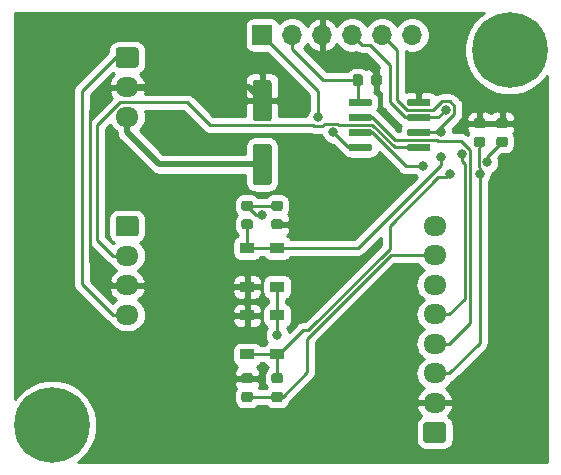
<source format=gbr>
G04 #@! TF.GenerationSoftware,KiCad,Pcbnew,(5.1.5)-3*
G04 #@! TF.CreationDate,2020-09-26T22:29:55+02:00*
G04 #@! TF.ProjectId,KnokooPedalCtrl,4b6e6f6b-6f6f-4506-9564-616c4374726c,v0.0*
G04 #@! TF.SameCoordinates,Original*
G04 #@! TF.FileFunction,Copper,L1,Top*
G04 #@! TF.FilePolarity,Positive*
%FSLAX46Y46*%
G04 Gerber Fmt 4.6, Leading zero omitted, Abs format (unit mm)*
G04 Created by KiCad (PCBNEW (5.1.5)-3) date 2020-09-26 22:29:55*
%MOMM*%
%LPD*%
G04 APERTURE LIST*
%ADD10O,1.950000X1.700000*%
%ADD11C,0.100000*%
%ADD12O,1.700000X1.700000*%
%ADD13R,1.700000X1.700000*%
%ADD14C,0.800000*%
%ADD15C,6.400000*%
%ADD16R,1.200000X0.900000*%
%ADD17C,0.500000*%
%ADD18C,0.250000*%
%ADD19C,0.254000*%
G04 APERTURE END LIST*
D10*
X64770000Y-82112500D03*
X64770000Y-79612500D03*
X64770000Y-77112500D03*
G04 #@! TA.AperFunction,ComponentPad*
D11*
G36*
X65519504Y-73763704D02*
G01*
X65543773Y-73767304D01*
X65567571Y-73773265D01*
X65590671Y-73781530D01*
X65612849Y-73792020D01*
X65633893Y-73804633D01*
X65653598Y-73819247D01*
X65671777Y-73835723D01*
X65688253Y-73853902D01*
X65702867Y-73873607D01*
X65715480Y-73894651D01*
X65725970Y-73916829D01*
X65734235Y-73939929D01*
X65740196Y-73963727D01*
X65743796Y-73987996D01*
X65745000Y-74012500D01*
X65745000Y-75212500D01*
X65743796Y-75237004D01*
X65740196Y-75261273D01*
X65734235Y-75285071D01*
X65725970Y-75308171D01*
X65715480Y-75330349D01*
X65702867Y-75351393D01*
X65688253Y-75371098D01*
X65671777Y-75389277D01*
X65653598Y-75405753D01*
X65633893Y-75420367D01*
X65612849Y-75432980D01*
X65590671Y-75443470D01*
X65567571Y-75451735D01*
X65543773Y-75457696D01*
X65519504Y-75461296D01*
X65495000Y-75462500D01*
X64045000Y-75462500D01*
X64020496Y-75461296D01*
X63996227Y-75457696D01*
X63972429Y-75451735D01*
X63949329Y-75443470D01*
X63927151Y-75432980D01*
X63906107Y-75420367D01*
X63886402Y-75405753D01*
X63868223Y-75389277D01*
X63851747Y-75371098D01*
X63837133Y-75351393D01*
X63824520Y-75330349D01*
X63814030Y-75308171D01*
X63805765Y-75285071D01*
X63799804Y-75261273D01*
X63796204Y-75237004D01*
X63795000Y-75212500D01*
X63795000Y-74012500D01*
X63796204Y-73987996D01*
X63799804Y-73963727D01*
X63805765Y-73939929D01*
X63814030Y-73916829D01*
X63824520Y-73894651D01*
X63837133Y-73873607D01*
X63851747Y-73853902D01*
X63868223Y-73835723D01*
X63886402Y-73819247D01*
X63906107Y-73804633D01*
X63927151Y-73792020D01*
X63949329Y-73781530D01*
X63972429Y-73773265D01*
X63996227Y-73767304D01*
X64020496Y-73763704D01*
X64045000Y-73762500D01*
X65495000Y-73762500D01*
X65519504Y-73763704D01*
G37*
G04 #@! TD.AperFunction*
G04 #@! TA.AperFunction,SMDPad,CuDef*
G36*
X90309703Y-63835722D02*
G01*
X90324264Y-63837882D01*
X90338543Y-63841459D01*
X90352403Y-63846418D01*
X90365710Y-63852712D01*
X90378336Y-63860280D01*
X90390159Y-63869048D01*
X90401066Y-63878934D01*
X90410952Y-63889841D01*
X90419720Y-63901664D01*
X90427288Y-63914290D01*
X90433582Y-63927597D01*
X90438541Y-63941457D01*
X90442118Y-63955736D01*
X90444278Y-63970297D01*
X90445000Y-63985000D01*
X90445000Y-64285000D01*
X90444278Y-64299703D01*
X90442118Y-64314264D01*
X90438541Y-64328543D01*
X90433582Y-64342403D01*
X90427288Y-64355710D01*
X90419720Y-64368336D01*
X90410952Y-64380159D01*
X90401066Y-64391066D01*
X90390159Y-64400952D01*
X90378336Y-64409720D01*
X90365710Y-64417288D01*
X90352403Y-64423582D01*
X90338543Y-64428541D01*
X90324264Y-64432118D01*
X90309703Y-64434278D01*
X90295000Y-64435000D01*
X88645000Y-64435000D01*
X88630297Y-64434278D01*
X88615736Y-64432118D01*
X88601457Y-64428541D01*
X88587597Y-64423582D01*
X88574290Y-64417288D01*
X88561664Y-64409720D01*
X88549841Y-64400952D01*
X88538934Y-64391066D01*
X88529048Y-64380159D01*
X88520280Y-64368336D01*
X88512712Y-64355710D01*
X88506418Y-64342403D01*
X88501459Y-64328543D01*
X88497882Y-64314264D01*
X88495722Y-64299703D01*
X88495000Y-64285000D01*
X88495000Y-63985000D01*
X88495722Y-63970297D01*
X88497882Y-63955736D01*
X88501459Y-63941457D01*
X88506418Y-63927597D01*
X88512712Y-63914290D01*
X88520280Y-63901664D01*
X88529048Y-63889841D01*
X88538934Y-63878934D01*
X88549841Y-63869048D01*
X88561664Y-63860280D01*
X88574290Y-63852712D01*
X88587597Y-63846418D01*
X88601457Y-63841459D01*
X88615736Y-63837882D01*
X88630297Y-63835722D01*
X88645000Y-63835000D01*
X90295000Y-63835000D01*
X90309703Y-63835722D01*
G37*
G04 #@! TD.AperFunction*
G04 #@! TA.AperFunction,SMDPad,CuDef*
G36*
X90309703Y-65105722D02*
G01*
X90324264Y-65107882D01*
X90338543Y-65111459D01*
X90352403Y-65116418D01*
X90365710Y-65122712D01*
X90378336Y-65130280D01*
X90390159Y-65139048D01*
X90401066Y-65148934D01*
X90410952Y-65159841D01*
X90419720Y-65171664D01*
X90427288Y-65184290D01*
X90433582Y-65197597D01*
X90438541Y-65211457D01*
X90442118Y-65225736D01*
X90444278Y-65240297D01*
X90445000Y-65255000D01*
X90445000Y-65555000D01*
X90444278Y-65569703D01*
X90442118Y-65584264D01*
X90438541Y-65598543D01*
X90433582Y-65612403D01*
X90427288Y-65625710D01*
X90419720Y-65638336D01*
X90410952Y-65650159D01*
X90401066Y-65661066D01*
X90390159Y-65670952D01*
X90378336Y-65679720D01*
X90365710Y-65687288D01*
X90352403Y-65693582D01*
X90338543Y-65698541D01*
X90324264Y-65702118D01*
X90309703Y-65704278D01*
X90295000Y-65705000D01*
X88645000Y-65705000D01*
X88630297Y-65704278D01*
X88615736Y-65702118D01*
X88601457Y-65698541D01*
X88587597Y-65693582D01*
X88574290Y-65687288D01*
X88561664Y-65679720D01*
X88549841Y-65670952D01*
X88538934Y-65661066D01*
X88529048Y-65650159D01*
X88520280Y-65638336D01*
X88512712Y-65625710D01*
X88506418Y-65612403D01*
X88501459Y-65598543D01*
X88497882Y-65584264D01*
X88495722Y-65569703D01*
X88495000Y-65555000D01*
X88495000Y-65255000D01*
X88495722Y-65240297D01*
X88497882Y-65225736D01*
X88501459Y-65211457D01*
X88506418Y-65197597D01*
X88512712Y-65184290D01*
X88520280Y-65171664D01*
X88529048Y-65159841D01*
X88538934Y-65148934D01*
X88549841Y-65139048D01*
X88561664Y-65130280D01*
X88574290Y-65122712D01*
X88587597Y-65116418D01*
X88601457Y-65111459D01*
X88615736Y-65107882D01*
X88630297Y-65105722D01*
X88645000Y-65105000D01*
X90295000Y-65105000D01*
X90309703Y-65105722D01*
G37*
G04 #@! TD.AperFunction*
G04 #@! TA.AperFunction,SMDPad,CuDef*
G36*
X90309703Y-66375722D02*
G01*
X90324264Y-66377882D01*
X90338543Y-66381459D01*
X90352403Y-66386418D01*
X90365710Y-66392712D01*
X90378336Y-66400280D01*
X90390159Y-66409048D01*
X90401066Y-66418934D01*
X90410952Y-66429841D01*
X90419720Y-66441664D01*
X90427288Y-66454290D01*
X90433582Y-66467597D01*
X90438541Y-66481457D01*
X90442118Y-66495736D01*
X90444278Y-66510297D01*
X90445000Y-66525000D01*
X90445000Y-66825000D01*
X90444278Y-66839703D01*
X90442118Y-66854264D01*
X90438541Y-66868543D01*
X90433582Y-66882403D01*
X90427288Y-66895710D01*
X90419720Y-66908336D01*
X90410952Y-66920159D01*
X90401066Y-66931066D01*
X90390159Y-66940952D01*
X90378336Y-66949720D01*
X90365710Y-66957288D01*
X90352403Y-66963582D01*
X90338543Y-66968541D01*
X90324264Y-66972118D01*
X90309703Y-66974278D01*
X90295000Y-66975000D01*
X88645000Y-66975000D01*
X88630297Y-66974278D01*
X88615736Y-66972118D01*
X88601457Y-66968541D01*
X88587597Y-66963582D01*
X88574290Y-66957288D01*
X88561664Y-66949720D01*
X88549841Y-66940952D01*
X88538934Y-66931066D01*
X88529048Y-66920159D01*
X88520280Y-66908336D01*
X88512712Y-66895710D01*
X88506418Y-66882403D01*
X88501459Y-66868543D01*
X88497882Y-66854264D01*
X88495722Y-66839703D01*
X88495000Y-66825000D01*
X88495000Y-66525000D01*
X88495722Y-66510297D01*
X88497882Y-66495736D01*
X88501459Y-66481457D01*
X88506418Y-66467597D01*
X88512712Y-66454290D01*
X88520280Y-66441664D01*
X88529048Y-66429841D01*
X88538934Y-66418934D01*
X88549841Y-66409048D01*
X88561664Y-66400280D01*
X88574290Y-66392712D01*
X88587597Y-66386418D01*
X88601457Y-66381459D01*
X88615736Y-66377882D01*
X88630297Y-66375722D01*
X88645000Y-66375000D01*
X90295000Y-66375000D01*
X90309703Y-66375722D01*
G37*
G04 #@! TD.AperFunction*
G04 #@! TA.AperFunction,SMDPad,CuDef*
G36*
X90309703Y-67645722D02*
G01*
X90324264Y-67647882D01*
X90338543Y-67651459D01*
X90352403Y-67656418D01*
X90365710Y-67662712D01*
X90378336Y-67670280D01*
X90390159Y-67679048D01*
X90401066Y-67688934D01*
X90410952Y-67699841D01*
X90419720Y-67711664D01*
X90427288Y-67724290D01*
X90433582Y-67737597D01*
X90438541Y-67751457D01*
X90442118Y-67765736D01*
X90444278Y-67780297D01*
X90445000Y-67795000D01*
X90445000Y-68095000D01*
X90444278Y-68109703D01*
X90442118Y-68124264D01*
X90438541Y-68138543D01*
X90433582Y-68152403D01*
X90427288Y-68165710D01*
X90419720Y-68178336D01*
X90410952Y-68190159D01*
X90401066Y-68201066D01*
X90390159Y-68210952D01*
X90378336Y-68219720D01*
X90365710Y-68227288D01*
X90352403Y-68233582D01*
X90338543Y-68238541D01*
X90324264Y-68242118D01*
X90309703Y-68244278D01*
X90295000Y-68245000D01*
X88645000Y-68245000D01*
X88630297Y-68244278D01*
X88615736Y-68242118D01*
X88601457Y-68238541D01*
X88587597Y-68233582D01*
X88574290Y-68227288D01*
X88561664Y-68219720D01*
X88549841Y-68210952D01*
X88538934Y-68201066D01*
X88529048Y-68190159D01*
X88520280Y-68178336D01*
X88512712Y-68165710D01*
X88506418Y-68152403D01*
X88501459Y-68138543D01*
X88497882Y-68124264D01*
X88495722Y-68109703D01*
X88495000Y-68095000D01*
X88495000Y-67795000D01*
X88495722Y-67780297D01*
X88497882Y-67765736D01*
X88501459Y-67751457D01*
X88506418Y-67737597D01*
X88512712Y-67724290D01*
X88520280Y-67711664D01*
X88529048Y-67699841D01*
X88538934Y-67688934D01*
X88549841Y-67679048D01*
X88561664Y-67670280D01*
X88574290Y-67662712D01*
X88587597Y-67656418D01*
X88601457Y-67651459D01*
X88615736Y-67647882D01*
X88630297Y-67645722D01*
X88645000Y-67645000D01*
X90295000Y-67645000D01*
X90309703Y-67645722D01*
G37*
G04 #@! TD.AperFunction*
G04 #@! TA.AperFunction,SMDPad,CuDef*
G36*
X85359703Y-67645722D02*
G01*
X85374264Y-67647882D01*
X85388543Y-67651459D01*
X85402403Y-67656418D01*
X85415710Y-67662712D01*
X85428336Y-67670280D01*
X85440159Y-67679048D01*
X85451066Y-67688934D01*
X85460952Y-67699841D01*
X85469720Y-67711664D01*
X85477288Y-67724290D01*
X85483582Y-67737597D01*
X85488541Y-67751457D01*
X85492118Y-67765736D01*
X85494278Y-67780297D01*
X85495000Y-67795000D01*
X85495000Y-68095000D01*
X85494278Y-68109703D01*
X85492118Y-68124264D01*
X85488541Y-68138543D01*
X85483582Y-68152403D01*
X85477288Y-68165710D01*
X85469720Y-68178336D01*
X85460952Y-68190159D01*
X85451066Y-68201066D01*
X85440159Y-68210952D01*
X85428336Y-68219720D01*
X85415710Y-68227288D01*
X85402403Y-68233582D01*
X85388543Y-68238541D01*
X85374264Y-68242118D01*
X85359703Y-68244278D01*
X85345000Y-68245000D01*
X83695000Y-68245000D01*
X83680297Y-68244278D01*
X83665736Y-68242118D01*
X83651457Y-68238541D01*
X83637597Y-68233582D01*
X83624290Y-68227288D01*
X83611664Y-68219720D01*
X83599841Y-68210952D01*
X83588934Y-68201066D01*
X83579048Y-68190159D01*
X83570280Y-68178336D01*
X83562712Y-68165710D01*
X83556418Y-68152403D01*
X83551459Y-68138543D01*
X83547882Y-68124264D01*
X83545722Y-68109703D01*
X83545000Y-68095000D01*
X83545000Y-67795000D01*
X83545722Y-67780297D01*
X83547882Y-67765736D01*
X83551459Y-67751457D01*
X83556418Y-67737597D01*
X83562712Y-67724290D01*
X83570280Y-67711664D01*
X83579048Y-67699841D01*
X83588934Y-67688934D01*
X83599841Y-67679048D01*
X83611664Y-67670280D01*
X83624290Y-67662712D01*
X83637597Y-67656418D01*
X83651457Y-67651459D01*
X83665736Y-67647882D01*
X83680297Y-67645722D01*
X83695000Y-67645000D01*
X85345000Y-67645000D01*
X85359703Y-67645722D01*
G37*
G04 #@! TD.AperFunction*
G04 #@! TA.AperFunction,SMDPad,CuDef*
G36*
X85359703Y-66375722D02*
G01*
X85374264Y-66377882D01*
X85388543Y-66381459D01*
X85402403Y-66386418D01*
X85415710Y-66392712D01*
X85428336Y-66400280D01*
X85440159Y-66409048D01*
X85451066Y-66418934D01*
X85460952Y-66429841D01*
X85469720Y-66441664D01*
X85477288Y-66454290D01*
X85483582Y-66467597D01*
X85488541Y-66481457D01*
X85492118Y-66495736D01*
X85494278Y-66510297D01*
X85495000Y-66525000D01*
X85495000Y-66825000D01*
X85494278Y-66839703D01*
X85492118Y-66854264D01*
X85488541Y-66868543D01*
X85483582Y-66882403D01*
X85477288Y-66895710D01*
X85469720Y-66908336D01*
X85460952Y-66920159D01*
X85451066Y-66931066D01*
X85440159Y-66940952D01*
X85428336Y-66949720D01*
X85415710Y-66957288D01*
X85402403Y-66963582D01*
X85388543Y-66968541D01*
X85374264Y-66972118D01*
X85359703Y-66974278D01*
X85345000Y-66975000D01*
X83695000Y-66975000D01*
X83680297Y-66974278D01*
X83665736Y-66972118D01*
X83651457Y-66968541D01*
X83637597Y-66963582D01*
X83624290Y-66957288D01*
X83611664Y-66949720D01*
X83599841Y-66940952D01*
X83588934Y-66931066D01*
X83579048Y-66920159D01*
X83570280Y-66908336D01*
X83562712Y-66895710D01*
X83556418Y-66882403D01*
X83551459Y-66868543D01*
X83547882Y-66854264D01*
X83545722Y-66839703D01*
X83545000Y-66825000D01*
X83545000Y-66525000D01*
X83545722Y-66510297D01*
X83547882Y-66495736D01*
X83551459Y-66481457D01*
X83556418Y-66467597D01*
X83562712Y-66454290D01*
X83570280Y-66441664D01*
X83579048Y-66429841D01*
X83588934Y-66418934D01*
X83599841Y-66409048D01*
X83611664Y-66400280D01*
X83624290Y-66392712D01*
X83637597Y-66386418D01*
X83651457Y-66381459D01*
X83665736Y-66377882D01*
X83680297Y-66375722D01*
X83695000Y-66375000D01*
X85345000Y-66375000D01*
X85359703Y-66375722D01*
G37*
G04 #@! TD.AperFunction*
G04 #@! TA.AperFunction,SMDPad,CuDef*
G36*
X85359703Y-65105722D02*
G01*
X85374264Y-65107882D01*
X85388543Y-65111459D01*
X85402403Y-65116418D01*
X85415710Y-65122712D01*
X85428336Y-65130280D01*
X85440159Y-65139048D01*
X85451066Y-65148934D01*
X85460952Y-65159841D01*
X85469720Y-65171664D01*
X85477288Y-65184290D01*
X85483582Y-65197597D01*
X85488541Y-65211457D01*
X85492118Y-65225736D01*
X85494278Y-65240297D01*
X85495000Y-65255000D01*
X85495000Y-65555000D01*
X85494278Y-65569703D01*
X85492118Y-65584264D01*
X85488541Y-65598543D01*
X85483582Y-65612403D01*
X85477288Y-65625710D01*
X85469720Y-65638336D01*
X85460952Y-65650159D01*
X85451066Y-65661066D01*
X85440159Y-65670952D01*
X85428336Y-65679720D01*
X85415710Y-65687288D01*
X85402403Y-65693582D01*
X85388543Y-65698541D01*
X85374264Y-65702118D01*
X85359703Y-65704278D01*
X85345000Y-65705000D01*
X83695000Y-65705000D01*
X83680297Y-65704278D01*
X83665736Y-65702118D01*
X83651457Y-65698541D01*
X83637597Y-65693582D01*
X83624290Y-65687288D01*
X83611664Y-65679720D01*
X83599841Y-65670952D01*
X83588934Y-65661066D01*
X83579048Y-65650159D01*
X83570280Y-65638336D01*
X83562712Y-65625710D01*
X83556418Y-65612403D01*
X83551459Y-65598543D01*
X83547882Y-65584264D01*
X83545722Y-65569703D01*
X83545000Y-65555000D01*
X83545000Y-65255000D01*
X83545722Y-65240297D01*
X83547882Y-65225736D01*
X83551459Y-65211457D01*
X83556418Y-65197597D01*
X83562712Y-65184290D01*
X83570280Y-65171664D01*
X83579048Y-65159841D01*
X83588934Y-65148934D01*
X83599841Y-65139048D01*
X83611664Y-65130280D01*
X83624290Y-65122712D01*
X83637597Y-65116418D01*
X83651457Y-65111459D01*
X83665736Y-65107882D01*
X83680297Y-65105722D01*
X83695000Y-65105000D01*
X85345000Y-65105000D01*
X85359703Y-65105722D01*
G37*
G04 #@! TD.AperFunction*
G04 #@! TA.AperFunction,SMDPad,CuDef*
G36*
X85359703Y-63835722D02*
G01*
X85374264Y-63837882D01*
X85388543Y-63841459D01*
X85402403Y-63846418D01*
X85415710Y-63852712D01*
X85428336Y-63860280D01*
X85440159Y-63869048D01*
X85451066Y-63878934D01*
X85460952Y-63889841D01*
X85469720Y-63901664D01*
X85477288Y-63914290D01*
X85483582Y-63927597D01*
X85488541Y-63941457D01*
X85492118Y-63955736D01*
X85494278Y-63970297D01*
X85495000Y-63985000D01*
X85495000Y-64285000D01*
X85494278Y-64299703D01*
X85492118Y-64314264D01*
X85488541Y-64328543D01*
X85483582Y-64342403D01*
X85477288Y-64355710D01*
X85469720Y-64368336D01*
X85460952Y-64380159D01*
X85451066Y-64391066D01*
X85440159Y-64400952D01*
X85428336Y-64409720D01*
X85415710Y-64417288D01*
X85402403Y-64423582D01*
X85388543Y-64428541D01*
X85374264Y-64432118D01*
X85359703Y-64434278D01*
X85345000Y-64435000D01*
X83695000Y-64435000D01*
X83680297Y-64434278D01*
X83665736Y-64432118D01*
X83651457Y-64428541D01*
X83637597Y-64423582D01*
X83624290Y-64417288D01*
X83611664Y-64409720D01*
X83599841Y-64400952D01*
X83588934Y-64391066D01*
X83579048Y-64380159D01*
X83570280Y-64368336D01*
X83562712Y-64355710D01*
X83556418Y-64342403D01*
X83551459Y-64328543D01*
X83547882Y-64314264D01*
X83545722Y-64299703D01*
X83545000Y-64285000D01*
X83545000Y-63985000D01*
X83545722Y-63970297D01*
X83547882Y-63955736D01*
X83551459Y-63941457D01*
X83556418Y-63927597D01*
X83562712Y-63914290D01*
X83570280Y-63901664D01*
X83579048Y-63889841D01*
X83588934Y-63878934D01*
X83599841Y-63869048D01*
X83611664Y-63860280D01*
X83624290Y-63852712D01*
X83637597Y-63846418D01*
X83651457Y-63841459D01*
X83665736Y-63837882D01*
X83680297Y-63835722D01*
X83695000Y-63835000D01*
X85345000Y-63835000D01*
X85359703Y-63835722D01*
G37*
G04 #@! TD.AperFunction*
G04 #@! TA.AperFunction,SMDPad,CuDef*
G36*
X75207691Y-87041053D02*
G01*
X75228926Y-87044203D01*
X75249750Y-87049419D01*
X75269962Y-87056651D01*
X75289368Y-87065830D01*
X75307781Y-87076866D01*
X75325024Y-87089654D01*
X75340930Y-87104070D01*
X75355346Y-87119976D01*
X75368134Y-87137219D01*
X75379170Y-87155632D01*
X75388349Y-87175038D01*
X75395581Y-87195250D01*
X75400797Y-87216074D01*
X75403947Y-87237309D01*
X75405000Y-87258750D01*
X75405000Y-87696250D01*
X75403947Y-87717691D01*
X75400797Y-87738926D01*
X75395581Y-87759750D01*
X75388349Y-87779962D01*
X75379170Y-87799368D01*
X75368134Y-87817781D01*
X75355346Y-87835024D01*
X75340930Y-87850930D01*
X75325024Y-87865346D01*
X75307781Y-87878134D01*
X75289368Y-87889170D01*
X75269962Y-87898349D01*
X75249750Y-87905581D01*
X75228926Y-87910797D01*
X75207691Y-87913947D01*
X75186250Y-87915000D01*
X74673750Y-87915000D01*
X74652309Y-87913947D01*
X74631074Y-87910797D01*
X74610250Y-87905581D01*
X74590038Y-87898349D01*
X74570632Y-87889170D01*
X74552219Y-87878134D01*
X74534976Y-87865346D01*
X74519070Y-87850930D01*
X74504654Y-87835024D01*
X74491866Y-87817781D01*
X74480830Y-87799368D01*
X74471651Y-87779962D01*
X74464419Y-87759750D01*
X74459203Y-87738926D01*
X74456053Y-87717691D01*
X74455000Y-87696250D01*
X74455000Y-87258750D01*
X74456053Y-87237309D01*
X74459203Y-87216074D01*
X74464419Y-87195250D01*
X74471651Y-87175038D01*
X74480830Y-87155632D01*
X74491866Y-87137219D01*
X74504654Y-87119976D01*
X74519070Y-87104070D01*
X74534976Y-87089654D01*
X74552219Y-87076866D01*
X74570632Y-87065830D01*
X74590038Y-87056651D01*
X74610250Y-87049419D01*
X74631074Y-87044203D01*
X74652309Y-87041053D01*
X74673750Y-87040000D01*
X75186250Y-87040000D01*
X75207691Y-87041053D01*
G37*
G04 #@! TD.AperFunction*
G04 #@! TA.AperFunction,SMDPad,CuDef*
G36*
X75207691Y-88616053D02*
G01*
X75228926Y-88619203D01*
X75249750Y-88624419D01*
X75269962Y-88631651D01*
X75289368Y-88640830D01*
X75307781Y-88651866D01*
X75325024Y-88664654D01*
X75340930Y-88679070D01*
X75355346Y-88694976D01*
X75368134Y-88712219D01*
X75379170Y-88730632D01*
X75388349Y-88750038D01*
X75395581Y-88770250D01*
X75400797Y-88791074D01*
X75403947Y-88812309D01*
X75405000Y-88833750D01*
X75405000Y-89271250D01*
X75403947Y-89292691D01*
X75400797Y-89313926D01*
X75395581Y-89334750D01*
X75388349Y-89354962D01*
X75379170Y-89374368D01*
X75368134Y-89392781D01*
X75355346Y-89410024D01*
X75340930Y-89425930D01*
X75325024Y-89440346D01*
X75307781Y-89453134D01*
X75289368Y-89464170D01*
X75269962Y-89473349D01*
X75249750Y-89480581D01*
X75228926Y-89485797D01*
X75207691Y-89488947D01*
X75186250Y-89490000D01*
X74673750Y-89490000D01*
X74652309Y-89488947D01*
X74631074Y-89485797D01*
X74610250Y-89480581D01*
X74590038Y-89473349D01*
X74570632Y-89464170D01*
X74552219Y-89453134D01*
X74534976Y-89440346D01*
X74519070Y-89425930D01*
X74504654Y-89410024D01*
X74491866Y-89392781D01*
X74480830Y-89374368D01*
X74471651Y-89354962D01*
X74464419Y-89334750D01*
X74459203Y-89313926D01*
X74456053Y-89292691D01*
X74455000Y-89271250D01*
X74455000Y-88833750D01*
X74456053Y-88812309D01*
X74459203Y-88791074D01*
X74464419Y-88770250D01*
X74471651Y-88750038D01*
X74480830Y-88730632D01*
X74491866Y-88712219D01*
X74504654Y-88694976D01*
X74519070Y-88679070D01*
X74534976Y-88664654D01*
X74552219Y-88651866D01*
X74570632Y-88640830D01*
X74590038Y-88631651D01*
X74610250Y-88624419D01*
X74631074Y-88619203D01*
X74652309Y-88616053D01*
X74673750Y-88615000D01*
X75186250Y-88615000D01*
X75207691Y-88616053D01*
G37*
G04 #@! TD.AperFunction*
G04 #@! TA.AperFunction,SMDPad,CuDef*
G36*
X77747691Y-88616053D02*
G01*
X77768926Y-88619203D01*
X77789750Y-88624419D01*
X77809962Y-88631651D01*
X77829368Y-88640830D01*
X77847781Y-88651866D01*
X77865024Y-88664654D01*
X77880930Y-88679070D01*
X77895346Y-88694976D01*
X77908134Y-88712219D01*
X77919170Y-88730632D01*
X77928349Y-88750038D01*
X77935581Y-88770250D01*
X77940797Y-88791074D01*
X77943947Y-88812309D01*
X77945000Y-88833750D01*
X77945000Y-89271250D01*
X77943947Y-89292691D01*
X77940797Y-89313926D01*
X77935581Y-89334750D01*
X77928349Y-89354962D01*
X77919170Y-89374368D01*
X77908134Y-89392781D01*
X77895346Y-89410024D01*
X77880930Y-89425930D01*
X77865024Y-89440346D01*
X77847781Y-89453134D01*
X77829368Y-89464170D01*
X77809962Y-89473349D01*
X77789750Y-89480581D01*
X77768926Y-89485797D01*
X77747691Y-89488947D01*
X77726250Y-89490000D01*
X77213750Y-89490000D01*
X77192309Y-89488947D01*
X77171074Y-89485797D01*
X77150250Y-89480581D01*
X77130038Y-89473349D01*
X77110632Y-89464170D01*
X77092219Y-89453134D01*
X77074976Y-89440346D01*
X77059070Y-89425930D01*
X77044654Y-89410024D01*
X77031866Y-89392781D01*
X77020830Y-89374368D01*
X77011651Y-89354962D01*
X77004419Y-89334750D01*
X76999203Y-89313926D01*
X76996053Y-89292691D01*
X76995000Y-89271250D01*
X76995000Y-88833750D01*
X76996053Y-88812309D01*
X76999203Y-88791074D01*
X77004419Y-88770250D01*
X77011651Y-88750038D01*
X77020830Y-88730632D01*
X77031866Y-88712219D01*
X77044654Y-88694976D01*
X77059070Y-88679070D01*
X77074976Y-88664654D01*
X77092219Y-88651866D01*
X77110632Y-88640830D01*
X77130038Y-88631651D01*
X77150250Y-88624419D01*
X77171074Y-88619203D01*
X77192309Y-88616053D01*
X77213750Y-88615000D01*
X77726250Y-88615000D01*
X77747691Y-88616053D01*
G37*
G04 #@! TD.AperFunction*
G04 #@! TA.AperFunction,SMDPad,CuDef*
G36*
X77747691Y-87041053D02*
G01*
X77768926Y-87044203D01*
X77789750Y-87049419D01*
X77809962Y-87056651D01*
X77829368Y-87065830D01*
X77847781Y-87076866D01*
X77865024Y-87089654D01*
X77880930Y-87104070D01*
X77895346Y-87119976D01*
X77908134Y-87137219D01*
X77919170Y-87155632D01*
X77928349Y-87175038D01*
X77935581Y-87195250D01*
X77940797Y-87216074D01*
X77943947Y-87237309D01*
X77945000Y-87258750D01*
X77945000Y-87696250D01*
X77943947Y-87717691D01*
X77940797Y-87738926D01*
X77935581Y-87759750D01*
X77928349Y-87779962D01*
X77919170Y-87799368D01*
X77908134Y-87817781D01*
X77895346Y-87835024D01*
X77880930Y-87850930D01*
X77865024Y-87865346D01*
X77847781Y-87878134D01*
X77829368Y-87889170D01*
X77809962Y-87898349D01*
X77789750Y-87905581D01*
X77768926Y-87910797D01*
X77747691Y-87913947D01*
X77726250Y-87915000D01*
X77213750Y-87915000D01*
X77192309Y-87913947D01*
X77171074Y-87910797D01*
X77150250Y-87905581D01*
X77130038Y-87898349D01*
X77110632Y-87889170D01*
X77092219Y-87878134D01*
X77074976Y-87865346D01*
X77059070Y-87850930D01*
X77044654Y-87835024D01*
X77031866Y-87817781D01*
X77020830Y-87799368D01*
X77011651Y-87779962D01*
X77004419Y-87759750D01*
X76999203Y-87738926D01*
X76996053Y-87717691D01*
X76995000Y-87696250D01*
X76995000Y-87258750D01*
X76996053Y-87237309D01*
X76999203Y-87216074D01*
X77004419Y-87195250D01*
X77011651Y-87175038D01*
X77020830Y-87155632D01*
X77031866Y-87137219D01*
X77044654Y-87119976D01*
X77059070Y-87104070D01*
X77074976Y-87089654D01*
X77092219Y-87076866D01*
X77110632Y-87065830D01*
X77130038Y-87056651D01*
X77150250Y-87049419D01*
X77171074Y-87044203D01*
X77192309Y-87041053D01*
X77213750Y-87040000D01*
X77726250Y-87040000D01*
X77747691Y-87041053D01*
G37*
G04 #@! TD.AperFunction*
G04 #@! TA.AperFunction,SMDPad,CuDef*
G36*
X77747691Y-74011053D02*
G01*
X77768926Y-74014203D01*
X77789750Y-74019419D01*
X77809962Y-74026651D01*
X77829368Y-74035830D01*
X77847781Y-74046866D01*
X77865024Y-74059654D01*
X77880930Y-74074070D01*
X77895346Y-74089976D01*
X77908134Y-74107219D01*
X77919170Y-74125632D01*
X77928349Y-74145038D01*
X77935581Y-74165250D01*
X77940797Y-74186074D01*
X77943947Y-74207309D01*
X77945000Y-74228750D01*
X77945000Y-74666250D01*
X77943947Y-74687691D01*
X77940797Y-74708926D01*
X77935581Y-74729750D01*
X77928349Y-74749962D01*
X77919170Y-74769368D01*
X77908134Y-74787781D01*
X77895346Y-74805024D01*
X77880930Y-74820930D01*
X77865024Y-74835346D01*
X77847781Y-74848134D01*
X77829368Y-74859170D01*
X77809962Y-74868349D01*
X77789750Y-74875581D01*
X77768926Y-74880797D01*
X77747691Y-74883947D01*
X77726250Y-74885000D01*
X77213750Y-74885000D01*
X77192309Y-74883947D01*
X77171074Y-74880797D01*
X77150250Y-74875581D01*
X77130038Y-74868349D01*
X77110632Y-74859170D01*
X77092219Y-74848134D01*
X77074976Y-74835346D01*
X77059070Y-74820930D01*
X77044654Y-74805024D01*
X77031866Y-74787781D01*
X77020830Y-74769368D01*
X77011651Y-74749962D01*
X77004419Y-74729750D01*
X76999203Y-74708926D01*
X76996053Y-74687691D01*
X76995000Y-74666250D01*
X76995000Y-74228750D01*
X76996053Y-74207309D01*
X76999203Y-74186074D01*
X77004419Y-74165250D01*
X77011651Y-74145038D01*
X77020830Y-74125632D01*
X77031866Y-74107219D01*
X77044654Y-74089976D01*
X77059070Y-74074070D01*
X77074976Y-74059654D01*
X77092219Y-74046866D01*
X77110632Y-74035830D01*
X77130038Y-74026651D01*
X77150250Y-74019419D01*
X77171074Y-74014203D01*
X77192309Y-74011053D01*
X77213750Y-74010000D01*
X77726250Y-74010000D01*
X77747691Y-74011053D01*
G37*
G04 #@! TD.AperFunction*
G04 #@! TA.AperFunction,SMDPad,CuDef*
G36*
X77747691Y-72436053D02*
G01*
X77768926Y-72439203D01*
X77789750Y-72444419D01*
X77809962Y-72451651D01*
X77829368Y-72460830D01*
X77847781Y-72471866D01*
X77865024Y-72484654D01*
X77880930Y-72499070D01*
X77895346Y-72514976D01*
X77908134Y-72532219D01*
X77919170Y-72550632D01*
X77928349Y-72570038D01*
X77935581Y-72590250D01*
X77940797Y-72611074D01*
X77943947Y-72632309D01*
X77945000Y-72653750D01*
X77945000Y-73091250D01*
X77943947Y-73112691D01*
X77940797Y-73133926D01*
X77935581Y-73154750D01*
X77928349Y-73174962D01*
X77919170Y-73194368D01*
X77908134Y-73212781D01*
X77895346Y-73230024D01*
X77880930Y-73245930D01*
X77865024Y-73260346D01*
X77847781Y-73273134D01*
X77829368Y-73284170D01*
X77809962Y-73293349D01*
X77789750Y-73300581D01*
X77768926Y-73305797D01*
X77747691Y-73308947D01*
X77726250Y-73310000D01*
X77213750Y-73310000D01*
X77192309Y-73308947D01*
X77171074Y-73305797D01*
X77150250Y-73300581D01*
X77130038Y-73293349D01*
X77110632Y-73284170D01*
X77092219Y-73273134D01*
X77074976Y-73260346D01*
X77059070Y-73245930D01*
X77044654Y-73230024D01*
X77031866Y-73212781D01*
X77020830Y-73194368D01*
X77011651Y-73174962D01*
X77004419Y-73154750D01*
X76999203Y-73133926D01*
X76996053Y-73112691D01*
X76995000Y-73091250D01*
X76995000Y-72653750D01*
X76996053Y-72632309D01*
X76999203Y-72611074D01*
X77004419Y-72590250D01*
X77011651Y-72570038D01*
X77020830Y-72550632D01*
X77031866Y-72532219D01*
X77044654Y-72514976D01*
X77059070Y-72499070D01*
X77074976Y-72484654D01*
X77092219Y-72471866D01*
X77110632Y-72460830D01*
X77130038Y-72451651D01*
X77150250Y-72444419D01*
X77171074Y-72439203D01*
X77192309Y-72436053D01*
X77213750Y-72435000D01*
X77726250Y-72435000D01*
X77747691Y-72436053D01*
G37*
G04 #@! TD.AperFunction*
G04 #@! TA.AperFunction,SMDPad,CuDef*
G36*
X75207691Y-72436053D02*
G01*
X75228926Y-72439203D01*
X75249750Y-72444419D01*
X75269962Y-72451651D01*
X75289368Y-72460830D01*
X75307781Y-72471866D01*
X75325024Y-72484654D01*
X75340930Y-72499070D01*
X75355346Y-72514976D01*
X75368134Y-72532219D01*
X75379170Y-72550632D01*
X75388349Y-72570038D01*
X75395581Y-72590250D01*
X75400797Y-72611074D01*
X75403947Y-72632309D01*
X75405000Y-72653750D01*
X75405000Y-73091250D01*
X75403947Y-73112691D01*
X75400797Y-73133926D01*
X75395581Y-73154750D01*
X75388349Y-73174962D01*
X75379170Y-73194368D01*
X75368134Y-73212781D01*
X75355346Y-73230024D01*
X75340930Y-73245930D01*
X75325024Y-73260346D01*
X75307781Y-73273134D01*
X75289368Y-73284170D01*
X75269962Y-73293349D01*
X75249750Y-73300581D01*
X75228926Y-73305797D01*
X75207691Y-73308947D01*
X75186250Y-73310000D01*
X74673750Y-73310000D01*
X74652309Y-73308947D01*
X74631074Y-73305797D01*
X74610250Y-73300581D01*
X74590038Y-73293349D01*
X74570632Y-73284170D01*
X74552219Y-73273134D01*
X74534976Y-73260346D01*
X74519070Y-73245930D01*
X74504654Y-73230024D01*
X74491866Y-73212781D01*
X74480830Y-73194368D01*
X74471651Y-73174962D01*
X74464419Y-73154750D01*
X74459203Y-73133926D01*
X74456053Y-73112691D01*
X74455000Y-73091250D01*
X74455000Y-72653750D01*
X74456053Y-72632309D01*
X74459203Y-72611074D01*
X74464419Y-72590250D01*
X74471651Y-72570038D01*
X74480830Y-72550632D01*
X74491866Y-72532219D01*
X74504654Y-72514976D01*
X74519070Y-72499070D01*
X74534976Y-72484654D01*
X74552219Y-72471866D01*
X74570632Y-72460830D01*
X74590038Y-72451651D01*
X74610250Y-72444419D01*
X74631074Y-72439203D01*
X74652309Y-72436053D01*
X74673750Y-72435000D01*
X75186250Y-72435000D01*
X75207691Y-72436053D01*
G37*
G04 #@! TD.AperFunction*
G04 #@! TA.AperFunction,SMDPad,CuDef*
G36*
X75207691Y-74011053D02*
G01*
X75228926Y-74014203D01*
X75249750Y-74019419D01*
X75269962Y-74026651D01*
X75289368Y-74035830D01*
X75307781Y-74046866D01*
X75325024Y-74059654D01*
X75340930Y-74074070D01*
X75355346Y-74089976D01*
X75368134Y-74107219D01*
X75379170Y-74125632D01*
X75388349Y-74145038D01*
X75395581Y-74165250D01*
X75400797Y-74186074D01*
X75403947Y-74207309D01*
X75405000Y-74228750D01*
X75405000Y-74666250D01*
X75403947Y-74687691D01*
X75400797Y-74708926D01*
X75395581Y-74729750D01*
X75388349Y-74749962D01*
X75379170Y-74769368D01*
X75368134Y-74787781D01*
X75355346Y-74805024D01*
X75340930Y-74820930D01*
X75325024Y-74835346D01*
X75307781Y-74848134D01*
X75289368Y-74859170D01*
X75269962Y-74868349D01*
X75249750Y-74875581D01*
X75228926Y-74880797D01*
X75207691Y-74883947D01*
X75186250Y-74885000D01*
X74673750Y-74885000D01*
X74652309Y-74883947D01*
X74631074Y-74880797D01*
X74610250Y-74875581D01*
X74590038Y-74868349D01*
X74570632Y-74859170D01*
X74552219Y-74848134D01*
X74534976Y-74835346D01*
X74519070Y-74820930D01*
X74504654Y-74805024D01*
X74491866Y-74787781D01*
X74480830Y-74769368D01*
X74471651Y-74749962D01*
X74464419Y-74729750D01*
X74459203Y-74708926D01*
X74456053Y-74687691D01*
X74455000Y-74666250D01*
X74455000Y-74228750D01*
X74456053Y-74207309D01*
X74459203Y-74186074D01*
X74464419Y-74165250D01*
X74471651Y-74145038D01*
X74480830Y-74125632D01*
X74491866Y-74107219D01*
X74504654Y-74089976D01*
X74519070Y-74074070D01*
X74534976Y-74059654D01*
X74552219Y-74046866D01*
X74570632Y-74035830D01*
X74590038Y-74026651D01*
X74610250Y-74019419D01*
X74631074Y-74014203D01*
X74652309Y-74011053D01*
X74673750Y-74010000D01*
X75186250Y-74010000D01*
X75207691Y-74011053D01*
G37*
G04 #@! TD.AperFunction*
G04 #@! TA.AperFunction,SMDPad,CuDef*
G36*
X96797691Y-65451053D02*
G01*
X96818926Y-65454203D01*
X96839750Y-65459419D01*
X96859962Y-65466651D01*
X96879368Y-65475830D01*
X96897781Y-65486866D01*
X96915024Y-65499654D01*
X96930930Y-65514070D01*
X96945346Y-65529976D01*
X96958134Y-65547219D01*
X96969170Y-65565632D01*
X96978349Y-65585038D01*
X96985581Y-65605250D01*
X96990797Y-65626074D01*
X96993947Y-65647309D01*
X96995000Y-65668750D01*
X96995000Y-66106250D01*
X96993947Y-66127691D01*
X96990797Y-66148926D01*
X96985581Y-66169750D01*
X96978349Y-66189962D01*
X96969170Y-66209368D01*
X96958134Y-66227781D01*
X96945346Y-66245024D01*
X96930930Y-66260930D01*
X96915024Y-66275346D01*
X96897781Y-66288134D01*
X96879368Y-66299170D01*
X96859962Y-66308349D01*
X96839750Y-66315581D01*
X96818926Y-66320797D01*
X96797691Y-66323947D01*
X96776250Y-66325000D01*
X96263750Y-66325000D01*
X96242309Y-66323947D01*
X96221074Y-66320797D01*
X96200250Y-66315581D01*
X96180038Y-66308349D01*
X96160632Y-66299170D01*
X96142219Y-66288134D01*
X96124976Y-66275346D01*
X96109070Y-66260930D01*
X96094654Y-66245024D01*
X96081866Y-66227781D01*
X96070830Y-66209368D01*
X96061651Y-66189962D01*
X96054419Y-66169750D01*
X96049203Y-66148926D01*
X96046053Y-66127691D01*
X96045000Y-66106250D01*
X96045000Y-65668750D01*
X96046053Y-65647309D01*
X96049203Y-65626074D01*
X96054419Y-65605250D01*
X96061651Y-65585038D01*
X96070830Y-65565632D01*
X96081866Y-65547219D01*
X96094654Y-65529976D01*
X96109070Y-65514070D01*
X96124976Y-65499654D01*
X96142219Y-65486866D01*
X96160632Y-65475830D01*
X96180038Y-65466651D01*
X96200250Y-65459419D01*
X96221074Y-65454203D01*
X96242309Y-65451053D01*
X96263750Y-65450000D01*
X96776250Y-65450000D01*
X96797691Y-65451053D01*
G37*
G04 #@! TD.AperFunction*
G04 #@! TA.AperFunction,SMDPad,CuDef*
G36*
X96797691Y-67026053D02*
G01*
X96818926Y-67029203D01*
X96839750Y-67034419D01*
X96859962Y-67041651D01*
X96879368Y-67050830D01*
X96897781Y-67061866D01*
X96915024Y-67074654D01*
X96930930Y-67089070D01*
X96945346Y-67104976D01*
X96958134Y-67122219D01*
X96969170Y-67140632D01*
X96978349Y-67160038D01*
X96985581Y-67180250D01*
X96990797Y-67201074D01*
X96993947Y-67222309D01*
X96995000Y-67243750D01*
X96995000Y-67681250D01*
X96993947Y-67702691D01*
X96990797Y-67723926D01*
X96985581Y-67744750D01*
X96978349Y-67764962D01*
X96969170Y-67784368D01*
X96958134Y-67802781D01*
X96945346Y-67820024D01*
X96930930Y-67835930D01*
X96915024Y-67850346D01*
X96897781Y-67863134D01*
X96879368Y-67874170D01*
X96859962Y-67883349D01*
X96839750Y-67890581D01*
X96818926Y-67895797D01*
X96797691Y-67898947D01*
X96776250Y-67900000D01*
X96263750Y-67900000D01*
X96242309Y-67898947D01*
X96221074Y-67895797D01*
X96200250Y-67890581D01*
X96180038Y-67883349D01*
X96160632Y-67874170D01*
X96142219Y-67863134D01*
X96124976Y-67850346D01*
X96109070Y-67835930D01*
X96094654Y-67820024D01*
X96081866Y-67802781D01*
X96070830Y-67784368D01*
X96061651Y-67764962D01*
X96054419Y-67744750D01*
X96049203Y-67723926D01*
X96046053Y-67702691D01*
X96045000Y-67681250D01*
X96045000Y-67243750D01*
X96046053Y-67222309D01*
X96049203Y-67201074D01*
X96054419Y-67180250D01*
X96061651Y-67160038D01*
X96070830Y-67140632D01*
X96081866Y-67122219D01*
X96094654Y-67104976D01*
X96109070Y-67089070D01*
X96124976Y-67074654D01*
X96142219Y-67061866D01*
X96160632Y-67050830D01*
X96180038Y-67041651D01*
X96200250Y-67034419D01*
X96221074Y-67029203D01*
X96242309Y-67026053D01*
X96263750Y-67025000D01*
X96776250Y-67025000D01*
X96797691Y-67026053D01*
G37*
G04 #@! TD.AperFunction*
D12*
X88900000Y-58420000D03*
X86360000Y-58420000D03*
X83820000Y-58420000D03*
X81280000Y-58420000D03*
X78740000Y-58420000D03*
D13*
X76200000Y-58420000D03*
D10*
X90805000Y-74575000D03*
X90805000Y-77075000D03*
X90805000Y-79575000D03*
X90805000Y-82075000D03*
X90805000Y-84575000D03*
X90805000Y-87075000D03*
X90805000Y-89575000D03*
G04 #@! TA.AperFunction,ComponentPad*
D11*
G36*
X91554504Y-91226204D02*
G01*
X91578773Y-91229804D01*
X91602571Y-91235765D01*
X91625671Y-91244030D01*
X91647849Y-91254520D01*
X91668893Y-91267133D01*
X91688598Y-91281747D01*
X91706777Y-91298223D01*
X91723253Y-91316402D01*
X91737867Y-91336107D01*
X91750480Y-91357151D01*
X91760970Y-91379329D01*
X91769235Y-91402429D01*
X91775196Y-91426227D01*
X91778796Y-91450496D01*
X91780000Y-91475000D01*
X91780000Y-92675000D01*
X91778796Y-92699504D01*
X91775196Y-92723773D01*
X91769235Y-92747571D01*
X91760970Y-92770671D01*
X91750480Y-92792849D01*
X91737867Y-92813893D01*
X91723253Y-92833598D01*
X91706777Y-92851777D01*
X91688598Y-92868253D01*
X91668893Y-92882867D01*
X91647849Y-92895480D01*
X91625671Y-92905970D01*
X91602571Y-92914235D01*
X91578773Y-92920196D01*
X91554504Y-92923796D01*
X91530000Y-92925000D01*
X90080000Y-92925000D01*
X90055496Y-92923796D01*
X90031227Y-92920196D01*
X90007429Y-92914235D01*
X89984329Y-92905970D01*
X89962151Y-92895480D01*
X89941107Y-92882867D01*
X89921402Y-92868253D01*
X89903223Y-92851777D01*
X89886747Y-92833598D01*
X89872133Y-92813893D01*
X89859520Y-92792849D01*
X89849030Y-92770671D01*
X89840765Y-92747571D01*
X89834804Y-92723773D01*
X89831204Y-92699504D01*
X89830000Y-92675000D01*
X89830000Y-91475000D01*
X89831204Y-91450496D01*
X89834804Y-91426227D01*
X89840765Y-91402429D01*
X89849030Y-91379329D01*
X89859520Y-91357151D01*
X89872133Y-91336107D01*
X89886747Y-91316402D01*
X89903223Y-91298223D01*
X89921402Y-91281747D01*
X89941107Y-91267133D01*
X89962151Y-91254520D01*
X89984329Y-91244030D01*
X90007429Y-91235765D01*
X90031227Y-91229804D01*
X90055496Y-91226204D01*
X90080000Y-91225000D01*
X91530000Y-91225000D01*
X91554504Y-91226204D01*
G37*
G04 #@! TD.AperFunction*
D10*
X64770000Y-65325000D03*
X64770000Y-62825000D03*
G04 #@! TA.AperFunction,ComponentPad*
D11*
G36*
X65519504Y-59476204D02*
G01*
X65543773Y-59479804D01*
X65567571Y-59485765D01*
X65590671Y-59494030D01*
X65612849Y-59504520D01*
X65633893Y-59517133D01*
X65653598Y-59531747D01*
X65671777Y-59548223D01*
X65688253Y-59566402D01*
X65702867Y-59586107D01*
X65715480Y-59607151D01*
X65725970Y-59629329D01*
X65734235Y-59652429D01*
X65740196Y-59676227D01*
X65743796Y-59700496D01*
X65745000Y-59725000D01*
X65745000Y-60925000D01*
X65743796Y-60949504D01*
X65740196Y-60973773D01*
X65734235Y-60997571D01*
X65725970Y-61020671D01*
X65715480Y-61042849D01*
X65702867Y-61063893D01*
X65688253Y-61083598D01*
X65671777Y-61101777D01*
X65653598Y-61118253D01*
X65633893Y-61132867D01*
X65612849Y-61145480D01*
X65590671Y-61155970D01*
X65567571Y-61164235D01*
X65543773Y-61170196D01*
X65519504Y-61173796D01*
X65495000Y-61175000D01*
X64045000Y-61175000D01*
X64020496Y-61173796D01*
X63996227Y-61170196D01*
X63972429Y-61164235D01*
X63949329Y-61155970D01*
X63927151Y-61145480D01*
X63906107Y-61132867D01*
X63886402Y-61118253D01*
X63868223Y-61101777D01*
X63851747Y-61083598D01*
X63837133Y-61063893D01*
X63824520Y-61042849D01*
X63814030Y-61020671D01*
X63805765Y-60997571D01*
X63799804Y-60973773D01*
X63796204Y-60949504D01*
X63795000Y-60925000D01*
X63795000Y-59725000D01*
X63796204Y-59700496D01*
X63799804Y-59676227D01*
X63805765Y-59652429D01*
X63814030Y-59629329D01*
X63824520Y-59607151D01*
X63837133Y-59586107D01*
X63851747Y-59566402D01*
X63868223Y-59548223D01*
X63886402Y-59531747D01*
X63906107Y-59517133D01*
X63927151Y-59504520D01*
X63949329Y-59494030D01*
X63972429Y-59485765D01*
X63996227Y-59479804D01*
X64020496Y-59476204D01*
X64045000Y-59475000D01*
X65495000Y-59475000D01*
X65519504Y-59476204D01*
G37*
G04 #@! TD.AperFunction*
D14*
X60117056Y-89742944D03*
X58420000Y-89040000D03*
X56722944Y-89742944D03*
X56020000Y-91440000D03*
X56722944Y-93137056D03*
X58420000Y-93840000D03*
X60117056Y-93137056D03*
X60820000Y-91440000D03*
D15*
X58420000Y-91440000D03*
D14*
X98852056Y-57992944D03*
X97155000Y-57290000D03*
X95457944Y-57992944D03*
X94755000Y-59690000D03*
X95457944Y-61387056D03*
X97155000Y-62090000D03*
X98852056Y-61387056D03*
X99555000Y-59690000D03*
D15*
X97155000Y-59690000D03*
D16*
X74930000Y-79755000D03*
X74930000Y-76455000D03*
X74930000Y-82170000D03*
X74930000Y-85470000D03*
X77470000Y-85470000D03*
X77470000Y-82170000D03*
X77470000Y-76455000D03*
X77470000Y-79755000D03*
G04 #@! TA.AperFunction,SMDPad,CuDef*
D11*
G36*
X86117691Y-61756053D02*
G01*
X86138926Y-61759203D01*
X86159750Y-61764419D01*
X86179962Y-61771651D01*
X86199368Y-61780830D01*
X86217781Y-61791866D01*
X86235024Y-61804654D01*
X86250930Y-61819070D01*
X86265346Y-61834976D01*
X86278134Y-61852219D01*
X86289170Y-61870632D01*
X86298349Y-61890038D01*
X86305581Y-61910250D01*
X86310797Y-61931074D01*
X86313947Y-61952309D01*
X86315000Y-61973750D01*
X86315000Y-62486250D01*
X86313947Y-62507691D01*
X86310797Y-62528926D01*
X86305581Y-62549750D01*
X86298349Y-62569962D01*
X86289170Y-62589368D01*
X86278134Y-62607781D01*
X86265346Y-62625024D01*
X86250930Y-62640930D01*
X86235024Y-62655346D01*
X86217781Y-62668134D01*
X86199368Y-62679170D01*
X86179962Y-62688349D01*
X86159750Y-62695581D01*
X86138926Y-62700797D01*
X86117691Y-62703947D01*
X86096250Y-62705000D01*
X85658750Y-62705000D01*
X85637309Y-62703947D01*
X85616074Y-62700797D01*
X85595250Y-62695581D01*
X85575038Y-62688349D01*
X85555632Y-62679170D01*
X85537219Y-62668134D01*
X85519976Y-62655346D01*
X85504070Y-62640930D01*
X85489654Y-62625024D01*
X85476866Y-62607781D01*
X85465830Y-62589368D01*
X85456651Y-62569962D01*
X85449419Y-62549750D01*
X85444203Y-62528926D01*
X85441053Y-62507691D01*
X85440000Y-62486250D01*
X85440000Y-61973750D01*
X85441053Y-61952309D01*
X85444203Y-61931074D01*
X85449419Y-61910250D01*
X85456651Y-61890038D01*
X85465830Y-61870632D01*
X85476866Y-61852219D01*
X85489654Y-61834976D01*
X85504070Y-61819070D01*
X85519976Y-61804654D01*
X85537219Y-61791866D01*
X85555632Y-61780830D01*
X85575038Y-61771651D01*
X85595250Y-61764419D01*
X85616074Y-61759203D01*
X85637309Y-61756053D01*
X85658750Y-61755000D01*
X86096250Y-61755000D01*
X86117691Y-61756053D01*
G37*
G04 #@! TD.AperFunction*
G04 #@! TA.AperFunction,SMDPad,CuDef*
G36*
X84542691Y-61756053D02*
G01*
X84563926Y-61759203D01*
X84584750Y-61764419D01*
X84604962Y-61771651D01*
X84624368Y-61780830D01*
X84642781Y-61791866D01*
X84660024Y-61804654D01*
X84675930Y-61819070D01*
X84690346Y-61834976D01*
X84703134Y-61852219D01*
X84714170Y-61870632D01*
X84723349Y-61890038D01*
X84730581Y-61910250D01*
X84735797Y-61931074D01*
X84738947Y-61952309D01*
X84740000Y-61973750D01*
X84740000Y-62486250D01*
X84738947Y-62507691D01*
X84735797Y-62528926D01*
X84730581Y-62549750D01*
X84723349Y-62569962D01*
X84714170Y-62589368D01*
X84703134Y-62607781D01*
X84690346Y-62625024D01*
X84675930Y-62640930D01*
X84660024Y-62655346D01*
X84642781Y-62668134D01*
X84624368Y-62679170D01*
X84604962Y-62688349D01*
X84584750Y-62695581D01*
X84563926Y-62700797D01*
X84542691Y-62703947D01*
X84521250Y-62705000D01*
X84083750Y-62705000D01*
X84062309Y-62703947D01*
X84041074Y-62700797D01*
X84020250Y-62695581D01*
X84000038Y-62688349D01*
X83980632Y-62679170D01*
X83962219Y-62668134D01*
X83944976Y-62655346D01*
X83929070Y-62640930D01*
X83914654Y-62625024D01*
X83901866Y-62607781D01*
X83890830Y-62589368D01*
X83881651Y-62569962D01*
X83874419Y-62549750D01*
X83869203Y-62528926D01*
X83866053Y-62507691D01*
X83865000Y-62486250D01*
X83865000Y-61973750D01*
X83866053Y-61952309D01*
X83869203Y-61931074D01*
X83874419Y-61910250D01*
X83881651Y-61890038D01*
X83890830Y-61870632D01*
X83901866Y-61852219D01*
X83914654Y-61834976D01*
X83929070Y-61819070D01*
X83944976Y-61804654D01*
X83962219Y-61791866D01*
X83980632Y-61780830D01*
X84000038Y-61771651D01*
X84020250Y-61764419D01*
X84041074Y-61759203D01*
X84062309Y-61756053D01*
X84083750Y-61755000D01*
X84521250Y-61755000D01*
X84542691Y-61756053D01*
G37*
G04 #@! TD.AperFunction*
G04 #@! TA.AperFunction,SMDPad,CuDef*
G36*
X94892691Y-65451053D02*
G01*
X94913926Y-65454203D01*
X94934750Y-65459419D01*
X94954962Y-65466651D01*
X94974368Y-65475830D01*
X94992781Y-65486866D01*
X95010024Y-65499654D01*
X95025930Y-65514070D01*
X95040346Y-65529976D01*
X95053134Y-65547219D01*
X95064170Y-65565632D01*
X95073349Y-65585038D01*
X95080581Y-65605250D01*
X95085797Y-65626074D01*
X95088947Y-65647309D01*
X95090000Y-65668750D01*
X95090000Y-66106250D01*
X95088947Y-66127691D01*
X95085797Y-66148926D01*
X95080581Y-66169750D01*
X95073349Y-66189962D01*
X95064170Y-66209368D01*
X95053134Y-66227781D01*
X95040346Y-66245024D01*
X95025930Y-66260930D01*
X95010024Y-66275346D01*
X94992781Y-66288134D01*
X94974368Y-66299170D01*
X94954962Y-66308349D01*
X94934750Y-66315581D01*
X94913926Y-66320797D01*
X94892691Y-66323947D01*
X94871250Y-66325000D01*
X94358750Y-66325000D01*
X94337309Y-66323947D01*
X94316074Y-66320797D01*
X94295250Y-66315581D01*
X94275038Y-66308349D01*
X94255632Y-66299170D01*
X94237219Y-66288134D01*
X94219976Y-66275346D01*
X94204070Y-66260930D01*
X94189654Y-66245024D01*
X94176866Y-66227781D01*
X94165830Y-66209368D01*
X94156651Y-66189962D01*
X94149419Y-66169750D01*
X94144203Y-66148926D01*
X94141053Y-66127691D01*
X94140000Y-66106250D01*
X94140000Y-65668750D01*
X94141053Y-65647309D01*
X94144203Y-65626074D01*
X94149419Y-65605250D01*
X94156651Y-65585038D01*
X94165830Y-65565632D01*
X94176866Y-65547219D01*
X94189654Y-65529976D01*
X94204070Y-65514070D01*
X94219976Y-65499654D01*
X94237219Y-65486866D01*
X94255632Y-65475830D01*
X94275038Y-65466651D01*
X94295250Y-65459419D01*
X94316074Y-65454203D01*
X94337309Y-65451053D01*
X94358750Y-65450000D01*
X94871250Y-65450000D01*
X94892691Y-65451053D01*
G37*
G04 #@! TD.AperFunction*
G04 #@! TA.AperFunction,SMDPad,CuDef*
G36*
X94892691Y-67026053D02*
G01*
X94913926Y-67029203D01*
X94934750Y-67034419D01*
X94954962Y-67041651D01*
X94974368Y-67050830D01*
X94992781Y-67061866D01*
X95010024Y-67074654D01*
X95025930Y-67089070D01*
X95040346Y-67104976D01*
X95053134Y-67122219D01*
X95064170Y-67140632D01*
X95073349Y-67160038D01*
X95080581Y-67180250D01*
X95085797Y-67201074D01*
X95088947Y-67222309D01*
X95090000Y-67243750D01*
X95090000Y-67681250D01*
X95088947Y-67702691D01*
X95085797Y-67723926D01*
X95080581Y-67744750D01*
X95073349Y-67764962D01*
X95064170Y-67784368D01*
X95053134Y-67802781D01*
X95040346Y-67820024D01*
X95025930Y-67835930D01*
X95010024Y-67850346D01*
X94992781Y-67863134D01*
X94974368Y-67874170D01*
X94954962Y-67883349D01*
X94934750Y-67890581D01*
X94913926Y-67895797D01*
X94892691Y-67898947D01*
X94871250Y-67900000D01*
X94358750Y-67900000D01*
X94337309Y-67898947D01*
X94316074Y-67895797D01*
X94295250Y-67890581D01*
X94275038Y-67883349D01*
X94255632Y-67874170D01*
X94237219Y-67863134D01*
X94219976Y-67850346D01*
X94204070Y-67835930D01*
X94189654Y-67820024D01*
X94176866Y-67802781D01*
X94165830Y-67784368D01*
X94156651Y-67764962D01*
X94149419Y-67744750D01*
X94144203Y-67723926D01*
X94141053Y-67702691D01*
X94140000Y-67681250D01*
X94140000Y-67243750D01*
X94141053Y-67222309D01*
X94144203Y-67201074D01*
X94149419Y-67180250D01*
X94156651Y-67160038D01*
X94165830Y-67140632D01*
X94176866Y-67122219D01*
X94189654Y-67104976D01*
X94204070Y-67089070D01*
X94219976Y-67074654D01*
X94237219Y-67061866D01*
X94255632Y-67050830D01*
X94275038Y-67041651D01*
X94295250Y-67034419D01*
X94316074Y-67029203D01*
X94337309Y-67026053D01*
X94358750Y-67025000D01*
X94871250Y-67025000D01*
X94892691Y-67026053D01*
G37*
G04 #@! TD.AperFunction*
G04 #@! TA.AperFunction,SMDPad,CuDef*
G36*
X76774504Y-62226204D02*
G01*
X76798773Y-62229804D01*
X76822571Y-62235765D01*
X76845671Y-62244030D01*
X76867849Y-62254520D01*
X76888893Y-62267133D01*
X76908598Y-62281747D01*
X76926777Y-62298223D01*
X76943253Y-62316402D01*
X76957867Y-62336107D01*
X76970480Y-62357151D01*
X76980970Y-62379329D01*
X76989235Y-62402429D01*
X76995196Y-62426227D01*
X76998796Y-62450496D01*
X77000000Y-62475000D01*
X77000000Y-65475000D01*
X76998796Y-65499504D01*
X76995196Y-65523773D01*
X76989235Y-65547571D01*
X76980970Y-65570671D01*
X76970480Y-65592849D01*
X76957867Y-65613893D01*
X76943253Y-65633598D01*
X76926777Y-65651777D01*
X76908598Y-65668253D01*
X76888893Y-65682867D01*
X76867849Y-65695480D01*
X76845671Y-65705970D01*
X76822571Y-65714235D01*
X76798773Y-65720196D01*
X76774504Y-65723796D01*
X76750000Y-65725000D01*
X75650000Y-65725000D01*
X75625496Y-65723796D01*
X75601227Y-65720196D01*
X75577429Y-65714235D01*
X75554329Y-65705970D01*
X75532151Y-65695480D01*
X75511107Y-65682867D01*
X75491402Y-65668253D01*
X75473223Y-65651777D01*
X75456747Y-65633598D01*
X75442133Y-65613893D01*
X75429520Y-65592849D01*
X75419030Y-65570671D01*
X75410765Y-65547571D01*
X75404804Y-65523773D01*
X75401204Y-65499504D01*
X75400000Y-65475000D01*
X75400000Y-62475000D01*
X75401204Y-62450496D01*
X75404804Y-62426227D01*
X75410765Y-62402429D01*
X75419030Y-62379329D01*
X75429520Y-62357151D01*
X75442133Y-62336107D01*
X75456747Y-62316402D01*
X75473223Y-62298223D01*
X75491402Y-62281747D01*
X75511107Y-62267133D01*
X75532151Y-62254520D01*
X75554329Y-62244030D01*
X75577429Y-62235765D01*
X75601227Y-62229804D01*
X75625496Y-62226204D01*
X75650000Y-62225000D01*
X76750000Y-62225000D01*
X76774504Y-62226204D01*
G37*
G04 #@! TD.AperFunction*
G04 #@! TA.AperFunction,SMDPad,CuDef*
G36*
X76774504Y-67626204D02*
G01*
X76798773Y-67629804D01*
X76822571Y-67635765D01*
X76845671Y-67644030D01*
X76867849Y-67654520D01*
X76888893Y-67667133D01*
X76908598Y-67681747D01*
X76926777Y-67698223D01*
X76943253Y-67716402D01*
X76957867Y-67736107D01*
X76970480Y-67757151D01*
X76980970Y-67779329D01*
X76989235Y-67802429D01*
X76995196Y-67826227D01*
X76998796Y-67850496D01*
X77000000Y-67875000D01*
X77000000Y-70875000D01*
X76998796Y-70899504D01*
X76995196Y-70923773D01*
X76989235Y-70947571D01*
X76980970Y-70970671D01*
X76970480Y-70992849D01*
X76957867Y-71013893D01*
X76943253Y-71033598D01*
X76926777Y-71051777D01*
X76908598Y-71068253D01*
X76888893Y-71082867D01*
X76867849Y-71095480D01*
X76845671Y-71105970D01*
X76822571Y-71114235D01*
X76798773Y-71120196D01*
X76774504Y-71123796D01*
X76750000Y-71125000D01*
X75650000Y-71125000D01*
X75625496Y-71123796D01*
X75601227Y-71120196D01*
X75577429Y-71114235D01*
X75554329Y-71105970D01*
X75532151Y-71095480D01*
X75511107Y-71082867D01*
X75491402Y-71068253D01*
X75473223Y-71051777D01*
X75456747Y-71033598D01*
X75442133Y-71013893D01*
X75429520Y-70992849D01*
X75419030Y-70970671D01*
X75410765Y-70947571D01*
X75404804Y-70923773D01*
X75401204Y-70899504D01*
X75400000Y-70875000D01*
X75400000Y-67875000D01*
X75401204Y-67850496D01*
X75404804Y-67826227D01*
X75410765Y-67802429D01*
X75419030Y-67779329D01*
X75429520Y-67757151D01*
X75442133Y-67736107D01*
X75456747Y-67716402D01*
X75473223Y-67698223D01*
X75491402Y-67681747D01*
X75511107Y-67667133D01*
X75532151Y-67654520D01*
X75554329Y-67644030D01*
X75577429Y-67635765D01*
X75601227Y-67629804D01*
X75625496Y-67626204D01*
X75650000Y-67625000D01*
X76750000Y-67625000D01*
X76774504Y-67626204D01*
G37*
G04 #@! TD.AperFunction*
D14*
X77470000Y-83820000D03*
X89852500Y-69532500D03*
X94615000Y-70167500D03*
X91349990Y-68769832D03*
X91349990Y-66667472D03*
X92075000Y-70167500D03*
X91757500Y-64770000D03*
X76200000Y-73660000D03*
X95250000Y-69215000D03*
X93115005Y-68519777D03*
X82232500Y-66675000D03*
X80962500Y-65405000D03*
D17*
X64770000Y-62825000D02*
X75050000Y-62825000D01*
D18*
X61595000Y-64775000D02*
X63545000Y-62825000D01*
X63545000Y-62825000D02*
X64770000Y-62825000D01*
D17*
X75050000Y-62825000D02*
X76200000Y-63975000D01*
D18*
X81280000Y-59622081D02*
X81982919Y-60325000D01*
X81280000Y-58420000D02*
X81280000Y-59622081D01*
X85877500Y-61755000D02*
X85877500Y-62230000D01*
X84447500Y-60325000D02*
X85877500Y-61755000D01*
X81982919Y-60325000D02*
X84447500Y-60325000D01*
X94615000Y-65887500D02*
X96520000Y-65887500D01*
X74930000Y-79755000D02*
X74930000Y-82170000D01*
X81280000Y-57150000D02*
X81280000Y-58420000D01*
X89470000Y-62930000D02*
X91440000Y-60960000D01*
X91440000Y-60960000D02*
X91440000Y-57785000D01*
X89470000Y-64135000D02*
X89470000Y-62930000D01*
X91440000Y-57785000D02*
X90487500Y-56832500D01*
X81597500Y-56832500D02*
X81280000Y-57150000D01*
X90487500Y-56832500D02*
X81597500Y-56832500D01*
X61595000Y-77662500D02*
X63545000Y-79612500D01*
X61595000Y-77152500D02*
X61595000Y-77662500D01*
X63545000Y-79612500D02*
X64770000Y-79612500D01*
X61595000Y-77152500D02*
X61595000Y-64775000D01*
X83865000Y-62230000D02*
X84302500Y-62230000D01*
X81347919Y-62230000D02*
X83865000Y-62230000D01*
X78740000Y-59622081D02*
X81347919Y-62230000D01*
X78740000Y-58420000D02*
X78740000Y-59622081D01*
X84302500Y-62230000D02*
X84302500Y-63347500D01*
X84302500Y-63917500D02*
X84520000Y-64135000D01*
X84302500Y-62230000D02*
X84302500Y-63917500D01*
X77470000Y-79755000D02*
X77470000Y-82170000D01*
D17*
X67470000Y-69375000D02*
X75400000Y-69375000D01*
X75400000Y-69375000D02*
X76200000Y-69375000D01*
X64770000Y-66675000D02*
X67470000Y-69375000D01*
X64770000Y-65325000D02*
X64770000Y-66675000D01*
D18*
X77470000Y-82170000D02*
X77470000Y-83820000D01*
X94524999Y-69563001D02*
X94615000Y-69653002D01*
X94615000Y-67462500D02*
X94615000Y-67900000D01*
X94615000Y-69653002D02*
X94615000Y-84490000D01*
X92030000Y-87075000D02*
X90805000Y-87075000D01*
X94615000Y-84490000D02*
X92030000Y-87075000D01*
X94615000Y-67900000D02*
X94524999Y-67990001D01*
X94524999Y-67990001D02*
X94524999Y-69563001D01*
X85495000Y-66675000D02*
X88352500Y-69532500D01*
X84520000Y-66675000D02*
X85495000Y-66675000D01*
X88352500Y-69532500D02*
X89852500Y-69532500D01*
X74930000Y-74447500D02*
X74930000Y-76455000D01*
X74930000Y-76455000D02*
X77470000Y-76455000D01*
X74930000Y-76455000D02*
X84320921Y-76455000D01*
X91349990Y-69335517D02*
X91349990Y-68769832D01*
X89470000Y-66675000D02*
X91342462Y-66675000D01*
X91349990Y-69425931D02*
X91349990Y-69335517D01*
X91342462Y-66675000D02*
X91349990Y-66667472D01*
X84320921Y-76455000D02*
X91349990Y-69425931D01*
X91409498Y-64044998D02*
X90684496Y-64770000D01*
X92482502Y-64421998D02*
X92105502Y-64044998D01*
X87630000Y-59690000D02*
X87209999Y-59269999D01*
X87209999Y-59269999D02*
X86360000Y-58420000D01*
X88458232Y-64770000D02*
X87630000Y-63941768D01*
X90684496Y-64770000D02*
X88458232Y-64770000D01*
X92105502Y-64044998D02*
X91409498Y-64044998D01*
X87630000Y-63941768D02*
X87630000Y-59690000D01*
X90925504Y-66675000D02*
X92482502Y-65118002D01*
X92482502Y-65118002D02*
X92482502Y-64421998D01*
X89470000Y-66675000D02*
X90925504Y-66675000D01*
X88263589Y-65405000D02*
X88495000Y-65405000D01*
X83820000Y-58420000D02*
X84669999Y-59269999D01*
X86995000Y-64136411D02*
X88263589Y-65405000D01*
X88495000Y-65405000D02*
X89470000Y-65405000D01*
X86995000Y-60960000D02*
X86995000Y-64136411D01*
X85304999Y-59269999D02*
X86995000Y-60960000D01*
X84669999Y-59269999D02*
X85304999Y-59269999D01*
X74930000Y-85470000D02*
X77470000Y-85470000D01*
X77470000Y-85470000D02*
X77470000Y-87477500D01*
X77470000Y-85470000D02*
X77620000Y-85470000D01*
X77620000Y-85470000D02*
X79692500Y-83397500D01*
X79692500Y-83397500D02*
X80115000Y-83397500D01*
X80115000Y-83397500D02*
X86995000Y-76517500D01*
X86995000Y-76517500D02*
X86995000Y-74612500D01*
X86995000Y-74612500D02*
X91122500Y-70485000D01*
X91757500Y-70485000D02*
X92075000Y-70167500D01*
X91122500Y-70485000D02*
X91757500Y-70485000D01*
X89470000Y-65405000D02*
X91122500Y-65405000D01*
X91122500Y-65405000D02*
X91757500Y-64770000D01*
X63795000Y-60325000D02*
X60960000Y-63160000D01*
X64770000Y-60325000D02*
X63795000Y-60325000D01*
X63545000Y-82112500D02*
X64770000Y-82112500D01*
X60960000Y-79527500D02*
X63545000Y-82112500D01*
X60960000Y-79057500D02*
X60960000Y-79527500D01*
X60960000Y-63160000D02*
X60960000Y-79057500D01*
X89470000Y-67945000D02*
X87436768Y-67945000D01*
X81310501Y-66130001D02*
X80614499Y-66130001D01*
X80614499Y-66130001D02*
X80534508Y-66050010D01*
X80534508Y-66050010D02*
X71765010Y-66050010D01*
X85541758Y-66049990D02*
X82680494Y-66049990D01*
X64173285Y-64135000D02*
X62230000Y-66078285D01*
X69850000Y-64135000D02*
X64173285Y-64135000D01*
X71765010Y-66050010D02*
X69850000Y-64135000D01*
X81490504Y-65949998D02*
X81310501Y-66130001D01*
X82580502Y-65949998D02*
X81490504Y-65949998D01*
X82680494Y-66049990D02*
X82580502Y-65949998D01*
X87436768Y-67945000D02*
X85541758Y-66049990D01*
X63545000Y-77112500D02*
X64770000Y-77112500D01*
X62230000Y-75797500D02*
X63545000Y-77112500D01*
X62230000Y-75565000D02*
X62230000Y-75797500D01*
X62230000Y-66078285D02*
X62230000Y-75565000D01*
X74930000Y-72872500D02*
X77470000Y-72872500D01*
X75717500Y-73660000D02*
X74930000Y-72872500D01*
X76200000Y-73660000D02*
X75717500Y-73660000D01*
X77470000Y-89052500D02*
X74930000Y-89052500D01*
X80010000Y-86987500D02*
X77945000Y-89052500D01*
X77945000Y-89052500D02*
X77470000Y-89052500D01*
X80010000Y-84138910D02*
X80010000Y-86987500D01*
X87073910Y-77075000D02*
X80010000Y-84138910D01*
X90805000Y-77075000D02*
X87073910Y-77075000D01*
X95250000Y-68732500D02*
X96520000Y-67462500D01*
X95250000Y-69215000D02*
X95250000Y-68732500D01*
X93115005Y-69085462D02*
X93115005Y-68519777D01*
X93345000Y-69315457D02*
X93115005Y-69085462D01*
X90805000Y-82075000D02*
X92030000Y-82075000D01*
X92030000Y-82075000D02*
X93345000Y-80760000D01*
X93345000Y-80760000D02*
X93345000Y-69315457D01*
X92030000Y-84575000D02*
X93795011Y-82809989D01*
X93795011Y-82809989D02*
X93795011Y-68912773D01*
X90992008Y-67300010D02*
X87428188Y-67300010D01*
X85495000Y-65405000D02*
X84520000Y-65405000D01*
X93795011Y-68912773D02*
X93840006Y-68867778D01*
X90805000Y-84575000D02*
X92030000Y-84575000D01*
X93840006Y-68171776D02*
X93068231Y-67400001D01*
X87428188Y-67300010D02*
X85533178Y-65405000D01*
X93068231Y-67400001D02*
X91091999Y-67400001D01*
X91091999Y-67400001D02*
X90992008Y-67300010D01*
X93840006Y-68867778D02*
X93840006Y-68171776D01*
X85533178Y-65405000D02*
X85495000Y-65405000D01*
X83502500Y-67945000D02*
X82232500Y-66675000D01*
X84520000Y-67945000D02*
X83502500Y-67945000D01*
X80962500Y-63182500D02*
X76200000Y-58420000D01*
X80962500Y-65405000D02*
X80962500Y-63182500D01*
D19*
G36*
X94710330Y-56711161D02*
G01*
X94176161Y-57245330D01*
X93756467Y-57873446D01*
X93467377Y-58571372D01*
X93320000Y-59312285D01*
X93320000Y-60067715D01*
X93467377Y-60808628D01*
X93756467Y-61506554D01*
X94176161Y-62134670D01*
X94710330Y-62668839D01*
X95338446Y-63088533D01*
X96036372Y-63377623D01*
X96777285Y-63525000D01*
X97532715Y-63525000D01*
X98273628Y-63377623D01*
X98971554Y-63088533D01*
X99599670Y-62668839D01*
X100133839Y-62134670D01*
X100305001Y-61878509D01*
X100305000Y-70517418D01*
X100305001Y-70517428D01*
X100305000Y-94590000D01*
X60608510Y-94590000D01*
X60864670Y-94418839D01*
X61398839Y-93884670D01*
X61818533Y-93256554D01*
X62107623Y-92558628D01*
X62255000Y-91817715D01*
X62255000Y-91475000D01*
X89191928Y-91475000D01*
X89191928Y-92675000D01*
X89208992Y-92848254D01*
X89259528Y-93014850D01*
X89341595Y-93168386D01*
X89452038Y-93302962D01*
X89586614Y-93413405D01*
X89740150Y-93495472D01*
X89906746Y-93546008D01*
X90080000Y-93563072D01*
X91530000Y-93563072D01*
X91703254Y-93546008D01*
X91869850Y-93495472D01*
X92023386Y-93413405D01*
X92157962Y-93302962D01*
X92268405Y-93168386D01*
X92350472Y-93014850D01*
X92401008Y-92848254D01*
X92418072Y-92675000D01*
X92418072Y-91475000D01*
X92401008Y-91301746D01*
X92350472Y-91135150D01*
X92268405Y-90981614D01*
X92157962Y-90847038D01*
X92023386Y-90736595D01*
X91918039Y-90680286D01*
X91939429Y-90664049D01*
X92132496Y-90446193D01*
X92279352Y-90194858D01*
X92371476Y-89931890D01*
X92250155Y-89702000D01*
X90932000Y-89702000D01*
X90932000Y-89722000D01*
X90678000Y-89722000D01*
X90678000Y-89702000D01*
X89359845Y-89702000D01*
X89238524Y-89931890D01*
X89330648Y-90194858D01*
X89477504Y-90446193D01*
X89670571Y-90664049D01*
X89691961Y-90680286D01*
X89586614Y-90736595D01*
X89452038Y-90847038D01*
X89341595Y-90981614D01*
X89259528Y-91135150D01*
X89208992Y-91301746D01*
X89191928Y-91475000D01*
X62255000Y-91475000D01*
X62255000Y-91062285D01*
X62107623Y-90321372D01*
X61818533Y-89623446D01*
X61398839Y-88995330D01*
X60864670Y-88461161D01*
X60236554Y-88041467D01*
X59538628Y-87752377D01*
X58797715Y-87605000D01*
X58042285Y-87605000D01*
X57301372Y-87752377D01*
X56603446Y-88041467D01*
X55975330Y-88461161D01*
X55441161Y-88995330D01*
X55270000Y-89251490D01*
X55270000Y-63160000D01*
X60196324Y-63160000D01*
X60200000Y-63197322D01*
X60200001Y-79020158D01*
X60200000Y-79020168D01*
X60200000Y-79490178D01*
X60196324Y-79527500D01*
X60200000Y-79564822D01*
X60200000Y-79564833D01*
X60210997Y-79676486D01*
X60254454Y-79819747D01*
X60325026Y-79951776D01*
X60420000Y-80067501D01*
X60448998Y-80091299D01*
X62981201Y-82623503D01*
X63004999Y-82652501D01*
X63033997Y-82676299D01*
X63120723Y-82747474D01*
X63252753Y-82818046D01*
X63354854Y-82849017D01*
X63404294Y-82941514D01*
X63589866Y-83167634D01*
X63815986Y-83353206D01*
X64073966Y-83491099D01*
X64353889Y-83576013D01*
X64572050Y-83597500D01*
X64967950Y-83597500D01*
X65186111Y-83576013D01*
X65466034Y-83491099D01*
X65724014Y-83353206D01*
X65950134Y-83167634D01*
X66135706Y-82941514D01*
X66273599Y-82683534D01*
X66292871Y-82620000D01*
X73691928Y-82620000D01*
X73704188Y-82744482D01*
X73740498Y-82864180D01*
X73799463Y-82974494D01*
X73878815Y-83071185D01*
X73975506Y-83150537D01*
X74085820Y-83209502D01*
X74205518Y-83245812D01*
X74330000Y-83258072D01*
X74644250Y-83255000D01*
X74803000Y-83096250D01*
X74803000Y-82297000D01*
X75057000Y-82297000D01*
X75057000Y-83096250D01*
X75215750Y-83255000D01*
X75530000Y-83258072D01*
X75654482Y-83245812D01*
X75774180Y-83209502D01*
X75884494Y-83150537D01*
X75981185Y-83071185D01*
X76060537Y-82974494D01*
X76119502Y-82864180D01*
X76155812Y-82744482D01*
X76168072Y-82620000D01*
X76165000Y-82455750D01*
X76006250Y-82297000D01*
X75057000Y-82297000D01*
X74803000Y-82297000D01*
X73853750Y-82297000D01*
X73695000Y-82455750D01*
X73691928Y-82620000D01*
X66292871Y-82620000D01*
X66358513Y-82403611D01*
X66387185Y-82112500D01*
X66358513Y-81821389D01*
X66327757Y-81720000D01*
X73691928Y-81720000D01*
X73695000Y-81884250D01*
X73853750Y-82043000D01*
X74803000Y-82043000D01*
X74803000Y-81243750D01*
X75057000Y-81243750D01*
X75057000Y-82043000D01*
X76006250Y-82043000D01*
X76165000Y-81884250D01*
X76168072Y-81720000D01*
X76155812Y-81595518D01*
X76119502Y-81475820D01*
X76060537Y-81365506D01*
X75981185Y-81268815D01*
X75884494Y-81189463D01*
X75774180Y-81130498D01*
X75654482Y-81094188D01*
X75530000Y-81081928D01*
X75215750Y-81085000D01*
X75057000Y-81243750D01*
X74803000Y-81243750D01*
X74644250Y-81085000D01*
X74330000Y-81081928D01*
X74205518Y-81094188D01*
X74085820Y-81130498D01*
X73975506Y-81189463D01*
X73878815Y-81268815D01*
X73799463Y-81365506D01*
X73740498Y-81475820D01*
X73704188Y-81595518D01*
X73691928Y-81720000D01*
X66327757Y-81720000D01*
X66273599Y-81541466D01*
X66135706Y-81283486D01*
X65950134Y-81057366D01*
X65724014Y-80871794D01*
X65698278Y-80858038D01*
X65904429Y-80701549D01*
X66097496Y-80483693D01*
X66244352Y-80232358D01*
X66253936Y-80205000D01*
X73691928Y-80205000D01*
X73704188Y-80329482D01*
X73740498Y-80449180D01*
X73799463Y-80559494D01*
X73878815Y-80656185D01*
X73975506Y-80735537D01*
X74085820Y-80794502D01*
X74205518Y-80830812D01*
X74330000Y-80843072D01*
X74644250Y-80840000D01*
X74803000Y-80681250D01*
X74803000Y-79882000D01*
X75057000Y-79882000D01*
X75057000Y-80681250D01*
X75215750Y-80840000D01*
X75530000Y-80843072D01*
X75654482Y-80830812D01*
X75774180Y-80794502D01*
X75884494Y-80735537D01*
X75981185Y-80656185D01*
X76060537Y-80559494D01*
X76119502Y-80449180D01*
X76155812Y-80329482D01*
X76168072Y-80205000D01*
X76165000Y-80040750D01*
X76006250Y-79882000D01*
X75057000Y-79882000D01*
X74803000Y-79882000D01*
X73853750Y-79882000D01*
X73695000Y-80040750D01*
X73691928Y-80205000D01*
X66253936Y-80205000D01*
X66336476Y-79969390D01*
X66215155Y-79739500D01*
X64897000Y-79739500D01*
X64897000Y-79759500D01*
X64643000Y-79759500D01*
X64643000Y-79739500D01*
X63324845Y-79739500D01*
X63203524Y-79969390D01*
X63295648Y-80232358D01*
X63442504Y-80483693D01*
X63635571Y-80701549D01*
X63841722Y-80858038D01*
X63815986Y-80871794D01*
X63589866Y-81057366D01*
X63578508Y-81071206D01*
X61720000Y-79212699D01*
X61720000Y-76362301D01*
X62981201Y-77623503D01*
X63004999Y-77652501D01*
X63120724Y-77747474D01*
X63252753Y-77818046D01*
X63354854Y-77849017D01*
X63404294Y-77941514D01*
X63589866Y-78167634D01*
X63815986Y-78353206D01*
X63841722Y-78366962D01*
X63635571Y-78523451D01*
X63442504Y-78741307D01*
X63295648Y-78992642D01*
X63203524Y-79255610D01*
X63324845Y-79485500D01*
X64643000Y-79485500D01*
X64643000Y-79465500D01*
X64897000Y-79465500D01*
X64897000Y-79485500D01*
X66215155Y-79485500D01*
X66310411Y-79305000D01*
X73691928Y-79305000D01*
X73695000Y-79469250D01*
X73853750Y-79628000D01*
X74803000Y-79628000D01*
X74803000Y-78828750D01*
X75057000Y-78828750D01*
X75057000Y-79628000D01*
X76006250Y-79628000D01*
X76165000Y-79469250D01*
X76168072Y-79305000D01*
X76155812Y-79180518D01*
X76119502Y-79060820D01*
X76060537Y-78950506D01*
X75981185Y-78853815D01*
X75884494Y-78774463D01*
X75774180Y-78715498D01*
X75654482Y-78679188D01*
X75530000Y-78666928D01*
X75215750Y-78670000D01*
X75057000Y-78828750D01*
X74803000Y-78828750D01*
X74644250Y-78670000D01*
X74330000Y-78666928D01*
X74205518Y-78679188D01*
X74085820Y-78715498D01*
X73975506Y-78774463D01*
X73878815Y-78853815D01*
X73799463Y-78950506D01*
X73740498Y-79060820D01*
X73704188Y-79180518D01*
X73691928Y-79305000D01*
X66310411Y-79305000D01*
X66336476Y-79255610D01*
X66244352Y-78992642D01*
X66097496Y-78741307D01*
X65904429Y-78523451D01*
X65698278Y-78366962D01*
X65724014Y-78353206D01*
X65950134Y-78167634D01*
X66135706Y-77941514D01*
X66273599Y-77683534D01*
X66358513Y-77403611D01*
X66387185Y-77112500D01*
X66358513Y-76821389D01*
X66273599Y-76541466D01*
X66135706Y-76283486D01*
X65950134Y-76057366D01*
X65886663Y-76005277D01*
X65988386Y-75950905D01*
X66122962Y-75840462D01*
X66233405Y-75705886D01*
X66315472Y-75552350D01*
X66366008Y-75385754D01*
X66383072Y-75212500D01*
X66383072Y-74012500D01*
X66366008Y-73839246D01*
X66315472Y-73672650D01*
X66233405Y-73519114D01*
X66122962Y-73384538D01*
X65988386Y-73274095D01*
X65834850Y-73192028D01*
X65668254Y-73141492D01*
X65495000Y-73124428D01*
X64045000Y-73124428D01*
X63871746Y-73141492D01*
X63705150Y-73192028D01*
X63551614Y-73274095D01*
X63417038Y-73384538D01*
X63306595Y-73519114D01*
X63224528Y-73672650D01*
X63173992Y-73839246D01*
X63156928Y-74012500D01*
X63156928Y-75212500D01*
X63173992Y-75385754D01*
X63224528Y-75552350D01*
X63306595Y-75705886D01*
X63417038Y-75840462D01*
X63551614Y-75950905D01*
X63653337Y-76005277D01*
X63589866Y-76057366D01*
X63578508Y-76071206D01*
X62990000Y-75482699D01*
X62990000Y-66393086D01*
X63343260Y-66039827D01*
X63404294Y-66154014D01*
X63589866Y-66380134D01*
X63815986Y-66565706D01*
X63885001Y-66602595D01*
X63885001Y-66631521D01*
X63880719Y-66675000D01*
X63897805Y-66848490D01*
X63948412Y-67015313D01*
X64030590Y-67169059D01*
X64113468Y-67270046D01*
X64113471Y-67270049D01*
X64141184Y-67303817D01*
X64174951Y-67331529D01*
X66813470Y-69970049D01*
X66841183Y-70003817D01*
X66874951Y-70031530D01*
X66874953Y-70031532D01*
X66975941Y-70114411D01*
X67129686Y-70196589D01*
X67243805Y-70231207D01*
X67296510Y-70247195D01*
X67426523Y-70260000D01*
X67426531Y-70260000D01*
X67470000Y-70264281D01*
X67513469Y-70260000D01*
X74761928Y-70260000D01*
X74761928Y-70875000D01*
X74778992Y-71048254D01*
X74829528Y-71214850D01*
X74911595Y-71368386D01*
X75022038Y-71502962D01*
X75156614Y-71613405D01*
X75310150Y-71695472D01*
X75476746Y-71746008D01*
X75650000Y-71763072D01*
X76750000Y-71763072D01*
X76923254Y-71746008D01*
X77089850Y-71695472D01*
X77243386Y-71613405D01*
X77377962Y-71502962D01*
X77488405Y-71368386D01*
X77570472Y-71214850D01*
X77621008Y-71048254D01*
X77638072Y-70875000D01*
X77638072Y-67875000D01*
X77621008Y-67701746D01*
X77570472Y-67535150D01*
X77488405Y-67381614D01*
X77377962Y-67247038D01*
X77243386Y-67136595D01*
X77089850Y-67054528D01*
X76923254Y-67003992D01*
X76750000Y-66986928D01*
X75650000Y-66986928D01*
X75476746Y-67003992D01*
X75310150Y-67054528D01*
X75156614Y-67136595D01*
X75022038Y-67247038D01*
X74911595Y-67381614D01*
X74829528Y-67535150D01*
X74778992Y-67701746D01*
X74761928Y-67875000D01*
X74761928Y-68490000D01*
X67836579Y-68490000D01*
X65827421Y-66480842D01*
X65950134Y-66380134D01*
X66135706Y-66154014D01*
X66273599Y-65896034D01*
X66358513Y-65616111D01*
X66387185Y-65325000D01*
X66358513Y-65033889D01*
X66316381Y-64895000D01*
X69535199Y-64895000D01*
X71201210Y-66561012D01*
X71225009Y-66590011D01*
X71254007Y-66613809D01*
X71340733Y-66684984D01*
X71472726Y-66755536D01*
X71472763Y-66755556D01*
X71616024Y-66799013D01*
X71727677Y-66810010D01*
X71727686Y-66810010D01*
X71765009Y-66813686D01*
X71802332Y-66810010D01*
X80274476Y-66810010D01*
X80322252Y-66835547D01*
X80465513Y-66879004D01*
X80577166Y-66890001D01*
X80577176Y-66890001D01*
X80614498Y-66893677D01*
X80651821Y-66890001D01*
X81219989Y-66890001D01*
X81237274Y-66976898D01*
X81315295Y-67165256D01*
X81428563Y-67334774D01*
X81572726Y-67478937D01*
X81742244Y-67592205D01*
X81930602Y-67670226D01*
X82130561Y-67710000D01*
X82192699Y-67710000D01*
X82938701Y-68456003D01*
X82962499Y-68485001D01*
X83078224Y-68579974D01*
X83078596Y-68580173D01*
X83137749Y-68652251D01*
X83257171Y-68750258D01*
X83393418Y-68823084D01*
X83541255Y-68867929D01*
X83695000Y-68883072D01*
X85345000Y-68883072D01*
X85498745Y-68867929D01*
X85646582Y-68823084D01*
X85782829Y-68750258D01*
X85902251Y-68652251D01*
X86000258Y-68532829D01*
X86073084Y-68396582D01*
X86089073Y-68343874D01*
X87788701Y-70043503D01*
X87812499Y-70072501D01*
X87928224Y-70167474D01*
X88060253Y-70238046D01*
X88203514Y-70281503D01*
X88315167Y-70292500D01*
X88315176Y-70292500D01*
X88352499Y-70296176D01*
X88389822Y-70292500D01*
X89148789Y-70292500D01*
X89192726Y-70336437D01*
X89295806Y-70405313D01*
X84006120Y-75695000D01*
X78624320Y-75695000D01*
X78600537Y-75650506D01*
X78521185Y-75553815D01*
X78424494Y-75474463D01*
X78314180Y-75415498D01*
X78303492Y-75412256D01*
X78396185Y-75336185D01*
X78475537Y-75239494D01*
X78534502Y-75129180D01*
X78570812Y-75009482D01*
X78583072Y-74885000D01*
X78580000Y-74733250D01*
X78421250Y-74574500D01*
X77597000Y-74574500D01*
X77597000Y-74594500D01*
X77343000Y-74594500D01*
X77343000Y-74574500D01*
X77323000Y-74574500D01*
X77323000Y-74320500D01*
X77343000Y-74320500D01*
X77343000Y-74300500D01*
X77597000Y-74300500D01*
X77597000Y-74320500D01*
X78421250Y-74320500D01*
X78580000Y-74161750D01*
X78583072Y-74010000D01*
X78570812Y-73885518D01*
X78534502Y-73765820D01*
X78475537Y-73655506D01*
X78420900Y-73588930D01*
X78438671Y-73567275D01*
X78517850Y-73419142D01*
X78566608Y-73258408D01*
X78583072Y-73091250D01*
X78583072Y-72653750D01*
X78566608Y-72486592D01*
X78517850Y-72325858D01*
X78438671Y-72177725D01*
X78332115Y-72047885D01*
X78202275Y-71941329D01*
X78054142Y-71862150D01*
X77893408Y-71813392D01*
X77726250Y-71796928D01*
X77213750Y-71796928D01*
X77046592Y-71813392D01*
X76885858Y-71862150D01*
X76737725Y-71941329D01*
X76607885Y-72047885D01*
X76554857Y-72112500D01*
X75845143Y-72112500D01*
X75792115Y-72047885D01*
X75662275Y-71941329D01*
X75514142Y-71862150D01*
X75353408Y-71813392D01*
X75186250Y-71796928D01*
X74673750Y-71796928D01*
X74506592Y-71813392D01*
X74345858Y-71862150D01*
X74197725Y-71941329D01*
X74067885Y-72047885D01*
X73961329Y-72177725D01*
X73882150Y-72325858D01*
X73833392Y-72486592D01*
X73816928Y-72653750D01*
X73816928Y-73091250D01*
X73833392Y-73258408D01*
X73882150Y-73419142D01*
X73961329Y-73567275D01*
X74037426Y-73660000D01*
X73961329Y-73752725D01*
X73882150Y-73900858D01*
X73833392Y-74061592D01*
X73816928Y-74228750D01*
X73816928Y-74666250D01*
X73833392Y-74833408D01*
X73882150Y-74994142D01*
X73961329Y-75142275D01*
X74067885Y-75272115D01*
X74170000Y-75355918D01*
X74170000Y-75389962D01*
X74085820Y-75415498D01*
X73975506Y-75474463D01*
X73878815Y-75553815D01*
X73799463Y-75650506D01*
X73740498Y-75760820D01*
X73704188Y-75880518D01*
X73691928Y-76005000D01*
X73691928Y-76905000D01*
X73704188Y-77029482D01*
X73740498Y-77149180D01*
X73799463Y-77259494D01*
X73878815Y-77356185D01*
X73975506Y-77435537D01*
X74085820Y-77494502D01*
X74205518Y-77530812D01*
X74330000Y-77543072D01*
X75530000Y-77543072D01*
X75654482Y-77530812D01*
X75774180Y-77494502D01*
X75884494Y-77435537D01*
X75981185Y-77356185D01*
X76060537Y-77259494D01*
X76084320Y-77215000D01*
X76315680Y-77215000D01*
X76339463Y-77259494D01*
X76418815Y-77356185D01*
X76515506Y-77435537D01*
X76625820Y-77494502D01*
X76745518Y-77530812D01*
X76870000Y-77543072D01*
X78070000Y-77543072D01*
X78194482Y-77530812D01*
X78314180Y-77494502D01*
X78424494Y-77435537D01*
X78521185Y-77356185D01*
X78600537Y-77259494D01*
X78624320Y-77215000D01*
X84283599Y-77215000D01*
X84320921Y-77218676D01*
X84358243Y-77215000D01*
X84358254Y-77215000D01*
X84469907Y-77204003D01*
X84613168Y-77160546D01*
X84745197Y-77089974D01*
X84860922Y-76995001D01*
X84884725Y-76965997D01*
X86235000Y-75615722D01*
X86235000Y-76202698D01*
X79800199Y-82637500D01*
X79729833Y-82637500D01*
X79692500Y-82633823D01*
X79655167Y-82637500D01*
X79543514Y-82648497D01*
X79400253Y-82691954D01*
X79268224Y-82762526D01*
X79152499Y-82857499D01*
X79128701Y-82886497D01*
X78470514Y-83544685D01*
X78465226Y-83518102D01*
X78387205Y-83329744D01*
X78308095Y-83211348D01*
X78314180Y-83209502D01*
X78424494Y-83150537D01*
X78521185Y-83071185D01*
X78600537Y-82974494D01*
X78659502Y-82864180D01*
X78695812Y-82744482D01*
X78708072Y-82620000D01*
X78708072Y-81720000D01*
X78695812Y-81595518D01*
X78659502Y-81475820D01*
X78600537Y-81365506D01*
X78521185Y-81268815D01*
X78424494Y-81189463D01*
X78314180Y-81130498D01*
X78230000Y-81104962D01*
X78230000Y-80820038D01*
X78314180Y-80794502D01*
X78424494Y-80735537D01*
X78521185Y-80656185D01*
X78600537Y-80559494D01*
X78659502Y-80449180D01*
X78695812Y-80329482D01*
X78708072Y-80205000D01*
X78708072Y-79305000D01*
X78695812Y-79180518D01*
X78659502Y-79060820D01*
X78600537Y-78950506D01*
X78521185Y-78853815D01*
X78424494Y-78774463D01*
X78314180Y-78715498D01*
X78194482Y-78679188D01*
X78070000Y-78666928D01*
X76870000Y-78666928D01*
X76745518Y-78679188D01*
X76625820Y-78715498D01*
X76515506Y-78774463D01*
X76418815Y-78853815D01*
X76339463Y-78950506D01*
X76280498Y-79060820D01*
X76244188Y-79180518D01*
X76231928Y-79305000D01*
X76231928Y-80205000D01*
X76244188Y-80329482D01*
X76280498Y-80449180D01*
X76339463Y-80559494D01*
X76418815Y-80656185D01*
X76515506Y-80735537D01*
X76625820Y-80794502D01*
X76710000Y-80820038D01*
X76710001Y-81104962D01*
X76625820Y-81130498D01*
X76515506Y-81189463D01*
X76418815Y-81268815D01*
X76339463Y-81365506D01*
X76280498Y-81475820D01*
X76244188Y-81595518D01*
X76231928Y-81720000D01*
X76231928Y-82620000D01*
X76244188Y-82744482D01*
X76280498Y-82864180D01*
X76339463Y-82974494D01*
X76418815Y-83071185D01*
X76515506Y-83150537D01*
X76625820Y-83209502D01*
X76631905Y-83211348D01*
X76552795Y-83329744D01*
X76474774Y-83518102D01*
X76435000Y-83718061D01*
X76435000Y-83921939D01*
X76474774Y-84121898D01*
X76552795Y-84310256D01*
X76631905Y-84428652D01*
X76625820Y-84430498D01*
X76515506Y-84489463D01*
X76418815Y-84568815D01*
X76339463Y-84665506D01*
X76315680Y-84710000D01*
X76084320Y-84710000D01*
X76060537Y-84665506D01*
X75981185Y-84568815D01*
X75884494Y-84489463D01*
X75774180Y-84430498D01*
X75654482Y-84394188D01*
X75530000Y-84381928D01*
X74330000Y-84381928D01*
X74205518Y-84394188D01*
X74085820Y-84430498D01*
X73975506Y-84489463D01*
X73878815Y-84568815D01*
X73799463Y-84665506D01*
X73740498Y-84775820D01*
X73704188Y-84895518D01*
X73691928Y-85020000D01*
X73691928Y-85920000D01*
X73704188Y-86044482D01*
X73740498Y-86164180D01*
X73799463Y-86274494D01*
X73878815Y-86371185D01*
X73975506Y-86450537D01*
X74085820Y-86509502D01*
X74096508Y-86512744D01*
X74003815Y-86588815D01*
X73924463Y-86685506D01*
X73865498Y-86795820D01*
X73829188Y-86915518D01*
X73816928Y-87040000D01*
X73820000Y-87191750D01*
X73978750Y-87350500D01*
X74803000Y-87350500D01*
X74803000Y-87330500D01*
X75057000Y-87330500D01*
X75057000Y-87350500D01*
X75881250Y-87350500D01*
X76040000Y-87191750D01*
X76043072Y-87040000D01*
X76030812Y-86915518D01*
X75994502Y-86795820D01*
X75935537Y-86685506D01*
X75856185Y-86588815D01*
X75763492Y-86512744D01*
X75774180Y-86509502D01*
X75884494Y-86450537D01*
X75981185Y-86371185D01*
X76060537Y-86274494D01*
X76084320Y-86230000D01*
X76315680Y-86230000D01*
X76339463Y-86274494D01*
X76418815Y-86371185D01*
X76515506Y-86450537D01*
X76625820Y-86509502D01*
X76710001Y-86535038D01*
X76710001Y-86569082D01*
X76607885Y-86652885D01*
X76501329Y-86782725D01*
X76422150Y-86930858D01*
X76373392Y-87091592D01*
X76356928Y-87258750D01*
X76356928Y-87696250D01*
X76373392Y-87863408D01*
X76422150Y-88024142D01*
X76501329Y-88172275D01*
X76577426Y-88265000D01*
X76554857Y-88292500D01*
X75916657Y-88292500D01*
X75935537Y-88269494D01*
X75994502Y-88159180D01*
X76030812Y-88039482D01*
X76043072Y-87915000D01*
X76040000Y-87763250D01*
X75881250Y-87604500D01*
X75057000Y-87604500D01*
X75057000Y-87624500D01*
X74803000Y-87624500D01*
X74803000Y-87604500D01*
X73978750Y-87604500D01*
X73820000Y-87763250D01*
X73816928Y-87915000D01*
X73829188Y-88039482D01*
X73865498Y-88159180D01*
X73924463Y-88269494D01*
X73979100Y-88336070D01*
X73961329Y-88357725D01*
X73882150Y-88505858D01*
X73833392Y-88666592D01*
X73816928Y-88833750D01*
X73816928Y-89271250D01*
X73833392Y-89438408D01*
X73882150Y-89599142D01*
X73961329Y-89747275D01*
X74067885Y-89877115D01*
X74197725Y-89983671D01*
X74345858Y-90062850D01*
X74506592Y-90111608D01*
X74673750Y-90128072D01*
X75186250Y-90128072D01*
X75353408Y-90111608D01*
X75514142Y-90062850D01*
X75662275Y-89983671D01*
X75792115Y-89877115D01*
X75845143Y-89812500D01*
X76554857Y-89812500D01*
X76607885Y-89877115D01*
X76737725Y-89983671D01*
X76885858Y-90062850D01*
X77046592Y-90111608D01*
X77213750Y-90128072D01*
X77726250Y-90128072D01*
X77893408Y-90111608D01*
X78054142Y-90062850D01*
X78202275Y-89983671D01*
X78332115Y-89877115D01*
X78438671Y-89747275D01*
X78517850Y-89599142D01*
X78537310Y-89534991D01*
X80521003Y-87551299D01*
X80550001Y-87527501D01*
X80576332Y-87495417D01*
X80644974Y-87411777D01*
X80715546Y-87279747D01*
X80721915Y-87258750D01*
X80759003Y-87136486D01*
X80770000Y-87024833D01*
X80770000Y-87024823D01*
X80773676Y-86987501D01*
X80770000Y-86950178D01*
X80770000Y-84453711D01*
X87388712Y-77835000D01*
X89402405Y-77835000D01*
X89439294Y-77904014D01*
X89624866Y-78130134D01*
X89850986Y-78315706D01*
X89868374Y-78325000D01*
X89850986Y-78334294D01*
X89624866Y-78519866D01*
X89439294Y-78745986D01*
X89301401Y-79003966D01*
X89216487Y-79283889D01*
X89187815Y-79575000D01*
X89216487Y-79866111D01*
X89301401Y-80146034D01*
X89439294Y-80404014D01*
X89624866Y-80630134D01*
X89850986Y-80815706D01*
X89868374Y-80825000D01*
X89850986Y-80834294D01*
X89624866Y-81019866D01*
X89439294Y-81245986D01*
X89301401Y-81503966D01*
X89216487Y-81783889D01*
X89187815Y-82075000D01*
X89216487Y-82366111D01*
X89301401Y-82646034D01*
X89439294Y-82904014D01*
X89624866Y-83130134D01*
X89850986Y-83315706D01*
X89868374Y-83325000D01*
X89850986Y-83334294D01*
X89624866Y-83519866D01*
X89439294Y-83745986D01*
X89301401Y-84003966D01*
X89216487Y-84283889D01*
X89187815Y-84575000D01*
X89216487Y-84866111D01*
X89301401Y-85146034D01*
X89439294Y-85404014D01*
X89624866Y-85630134D01*
X89850986Y-85815706D01*
X89868374Y-85825000D01*
X89850986Y-85834294D01*
X89624866Y-86019866D01*
X89439294Y-86245986D01*
X89301401Y-86503966D01*
X89216487Y-86783889D01*
X89187815Y-87075000D01*
X89216487Y-87366111D01*
X89301401Y-87646034D01*
X89439294Y-87904014D01*
X89624866Y-88130134D01*
X89850986Y-88315706D01*
X89876722Y-88329462D01*
X89670571Y-88485951D01*
X89477504Y-88703807D01*
X89330648Y-88955142D01*
X89238524Y-89218110D01*
X89359845Y-89448000D01*
X90678000Y-89448000D01*
X90678000Y-89428000D01*
X90932000Y-89428000D01*
X90932000Y-89448000D01*
X92250155Y-89448000D01*
X92371476Y-89218110D01*
X92279352Y-88955142D01*
X92132496Y-88703807D01*
X91939429Y-88485951D01*
X91733278Y-88329462D01*
X91759014Y-88315706D01*
X91985134Y-88130134D01*
X92170706Y-87904014D01*
X92220146Y-87811517D01*
X92322247Y-87780546D01*
X92454276Y-87709974D01*
X92570001Y-87615001D01*
X92593804Y-87585997D01*
X95126003Y-85053799D01*
X95155001Y-85030001D01*
X95213272Y-84958998D01*
X95249974Y-84914277D01*
X95320546Y-84782247D01*
X95338219Y-84723985D01*
X95364003Y-84638986D01*
X95375000Y-84527333D01*
X95375000Y-84527324D01*
X95378676Y-84490001D01*
X95375000Y-84452678D01*
X95375000Y-70871211D01*
X95418937Y-70827274D01*
X95532205Y-70657756D01*
X95610226Y-70469398D01*
X95650000Y-70269439D01*
X95650000Y-70169591D01*
X95740256Y-70132205D01*
X95909774Y-70018937D01*
X96053937Y-69874774D01*
X96167205Y-69705256D01*
X96245226Y-69516898D01*
X96285000Y-69316939D01*
X96285000Y-69113061D01*
X96245226Y-68913102D01*
X96215636Y-68841666D01*
X96519230Y-68538072D01*
X96776250Y-68538072D01*
X96943408Y-68521608D01*
X97104142Y-68472850D01*
X97252275Y-68393671D01*
X97382115Y-68287115D01*
X97488671Y-68157275D01*
X97567850Y-68009142D01*
X97616608Y-67848408D01*
X97633072Y-67681250D01*
X97633072Y-67243750D01*
X97616608Y-67076592D01*
X97567850Y-66915858D01*
X97488671Y-66767725D01*
X97470900Y-66746070D01*
X97525537Y-66679494D01*
X97584502Y-66569180D01*
X97620812Y-66449482D01*
X97633072Y-66325000D01*
X97630000Y-66173250D01*
X97471250Y-66014500D01*
X96647000Y-66014500D01*
X96647000Y-66034500D01*
X96393000Y-66034500D01*
X96393000Y-66014500D01*
X95568750Y-66014500D01*
X95567500Y-66015750D01*
X95566250Y-66014500D01*
X94742000Y-66014500D01*
X94742000Y-66034500D01*
X94488000Y-66034500D01*
X94488000Y-66014500D01*
X93663750Y-66014500D01*
X93505000Y-66173250D01*
X93501928Y-66325000D01*
X93514188Y-66449482D01*
X93550498Y-66569180D01*
X93609463Y-66679494D01*
X93664100Y-66746070D01*
X93646329Y-66767725D01*
X93600429Y-66853597D01*
X93492507Y-66765027D01*
X93360478Y-66694455D01*
X93217217Y-66650998D01*
X93105564Y-66640001D01*
X93105553Y-66640001D01*
X93068231Y-66636325D01*
X93030909Y-66640001D01*
X92384990Y-66640001D01*
X92384990Y-66565533D01*
X92345216Y-66365574D01*
X92334823Y-66340483D01*
X92993506Y-65681800D01*
X93022503Y-65658003D01*
X93117476Y-65542278D01*
X93166800Y-65450000D01*
X93501928Y-65450000D01*
X93505000Y-65601750D01*
X93663750Y-65760500D01*
X94488000Y-65760500D01*
X94488000Y-64973750D01*
X94742000Y-64973750D01*
X94742000Y-65760500D01*
X95566250Y-65760500D01*
X95567500Y-65759250D01*
X95568750Y-65760500D01*
X96393000Y-65760500D01*
X96393000Y-64973750D01*
X96647000Y-64973750D01*
X96647000Y-65760500D01*
X97471250Y-65760500D01*
X97630000Y-65601750D01*
X97633072Y-65450000D01*
X97620812Y-65325518D01*
X97584502Y-65205820D01*
X97525537Y-65095506D01*
X97446185Y-64998815D01*
X97349494Y-64919463D01*
X97239180Y-64860498D01*
X97119482Y-64824188D01*
X96995000Y-64811928D01*
X96805750Y-64815000D01*
X96647000Y-64973750D01*
X96393000Y-64973750D01*
X96234250Y-64815000D01*
X96045000Y-64811928D01*
X95920518Y-64824188D01*
X95800820Y-64860498D01*
X95690506Y-64919463D01*
X95593815Y-64998815D01*
X95567500Y-65030880D01*
X95541185Y-64998815D01*
X95444494Y-64919463D01*
X95334180Y-64860498D01*
X95214482Y-64824188D01*
X95090000Y-64811928D01*
X94900750Y-64815000D01*
X94742000Y-64973750D01*
X94488000Y-64973750D01*
X94329250Y-64815000D01*
X94140000Y-64811928D01*
X94015518Y-64824188D01*
X93895820Y-64860498D01*
X93785506Y-64919463D01*
X93688815Y-64998815D01*
X93609463Y-65095506D01*
X93550498Y-65205820D01*
X93514188Y-65325518D01*
X93501928Y-65450000D01*
X93166800Y-65450000D01*
X93188048Y-65410249D01*
X93231505Y-65266988D01*
X93242502Y-65155335D01*
X93242502Y-65155327D01*
X93246178Y-65118002D01*
X93242502Y-65080677D01*
X93242502Y-64459331D01*
X93246179Y-64421998D01*
X93231505Y-64273012D01*
X93188048Y-64129751D01*
X93178120Y-64111177D01*
X93117476Y-63997722D01*
X93022503Y-63881997D01*
X92993499Y-63858194D01*
X92669306Y-63534001D01*
X92645503Y-63504997D01*
X92529778Y-63410024D01*
X92397749Y-63339452D01*
X92254488Y-63295995D01*
X92142835Y-63284998D01*
X92142824Y-63284998D01*
X92105502Y-63281322D01*
X92068180Y-63284998D01*
X91446823Y-63284998D01*
X91409498Y-63281322D01*
X91372173Y-63284998D01*
X91372165Y-63284998D01*
X91260512Y-63295995D01*
X91117251Y-63339452D01*
X90985222Y-63410024D01*
X90944871Y-63443139D01*
X90896185Y-63383815D01*
X90799494Y-63304463D01*
X90689180Y-63245498D01*
X90569482Y-63209188D01*
X90445000Y-63196928D01*
X89755750Y-63200000D01*
X89597000Y-63358750D01*
X89597000Y-64008000D01*
X89617000Y-64008000D01*
X89617000Y-64010000D01*
X89323000Y-64010000D01*
X89323000Y-64008000D01*
X89343000Y-64008000D01*
X89343000Y-63358750D01*
X89184250Y-63200000D01*
X88495000Y-63196928D01*
X88390000Y-63207269D01*
X88390000Y-59816103D01*
X88466842Y-59847932D01*
X88753740Y-59905000D01*
X89046260Y-59905000D01*
X89333158Y-59847932D01*
X89603411Y-59735990D01*
X89846632Y-59573475D01*
X90053475Y-59366632D01*
X90215990Y-59123411D01*
X90327932Y-58853158D01*
X90385000Y-58566260D01*
X90385000Y-58273740D01*
X90327932Y-57986842D01*
X90215990Y-57716589D01*
X90053475Y-57473368D01*
X89846632Y-57266525D01*
X89603411Y-57104010D01*
X89333158Y-56992068D01*
X89046260Y-56935000D01*
X88753740Y-56935000D01*
X88466842Y-56992068D01*
X88196589Y-57104010D01*
X87953368Y-57266525D01*
X87746525Y-57473368D01*
X87630000Y-57647760D01*
X87513475Y-57473368D01*
X87306632Y-57266525D01*
X87063411Y-57104010D01*
X86793158Y-56992068D01*
X86506260Y-56935000D01*
X86213740Y-56935000D01*
X85926842Y-56992068D01*
X85656589Y-57104010D01*
X85413368Y-57266525D01*
X85206525Y-57473368D01*
X85090000Y-57647760D01*
X84973475Y-57473368D01*
X84766632Y-57266525D01*
X84523411Y-57104010D01*
X84253158Y-56992068D01*
X83966260Y-56935000D01*
X83673740Y-56935000D01*
X83386842Y-56992068D01*
X83116589Y-57104010D01*
X82873368Y-57266525D01*
X82666525Y-57473368D01*
X82544805Y-57655534D01*
X82475178Y-57538645D01*
X82280269Y-57322412D01*
X82046920Y-57148359D01*
X81784099Y-57023175D01*
X81636890Y-56978524D01*
X81407000Y-57099845D01*
X81407000Y-58293000D01*
X81427000Y-58293000D01*
X81427000Y-58547000D01*
X81407000Y-58547000D01*
X81407000Y-59740155D01*
X81636890Y-59861476D01*
X81784099Y-59816825D01*
X82046920Y-59691641D01*
X82280269Y-59517588D01*
X82475178Y-59301355D01*
X82544805Y-59184466D01*
X82666525Y-59366632D01*
X82873368Y-59573475D01*
X83116589Y-59735990D01*
X83386842Y-59847932D01*
X83673740Y-59905000D01*
X83966260Y-59905000D01*
X84191228Y-59860251D01*
X84245722Y-59904973D01*
X84377752Y-59975545D01*
X84521013Y-60019002D01*
X84632666Y-60029999D01*
X84632675Y-60029999D01*
X84669998Y-60033675D01*
X84707321Y-60029999D01*
X84990198Y-60029999D01*
X86121724Y-61161526D01*
X86004500Y-61278750D01*
X86004500Y-62103000D01*
X86024500Y-62103000D01*
X86024500Y-62357000D01*
X86004500Y-62357000D01*
X86004500Y-63181250D01*
X86163250Y-63340000D01*
X86235001Y-63341453D01*
X86235001Y-64099079D01*
X86231324Y-64136411D01*
X86235001Y-64173744D01*
X86243571Y-64260750D01*
X86245998Y-64285396D01*
X86289454Y-64428657D01*
X86360026Y-64560687D01*
X86426204Y-64641324D01*
X86455000Y-64676412D01*
X86483998Y-64700210D01*
X87699789Y-65916002D01*
X87723588Y-65945001D01*
X87839313Y-66039974D01*
X87971342Y-66110546D01*
X87976424Y-66112088D01*
X87916916Y-66223418D01*
X87872071Y-66371255D01*
X87856928Y-66525000D01*
X87856928Y-66540010D01*
X87742990Y-66540010D01*
X86096982Y-64894003D01*
X86073179Y-64864999D01*
X85970052Y-64780365D01*
X85961546Y-64770000D01*
X86000258Y-64722829D01*
X86073084Y-64586582D01*
X86117929Y-64438745D01*
X86133072Y-64285000D01*
X86133072Y-63985000D01*
X86117929Y-63831255D01*
X86073084Y-63683418D01*
X86000258Y-63547171D01*
X85902251Y-63427749D01*
X85782829Y-63329742D01*
X85664993Y-63266757D01*
X85750500Y-63181250D01*
X85750500Y-62357000D01*
X85730500Y-62357000D01*
X85730500Y-62103000D01*
X85750500Y-62103000D01*
X85750500Y-61278750D01*
X85591750Y-61120000D01*
X85440000Y-61116928D01*
X85315518Y-61129188D01*
X85195820Y-61165498D01*
X85085506Y-61224463D01*
X85018930Y-61279100D01*
X84997275Y-61261329D01*
X84849142Y-61182150D01*
X84688408Y-61133392D01*
X84521250Y-61116928D01*
X84083750Y-61116928D01*
X83916592Y-61133392D01*
X83755858Y-61182150D01*
X83607725Y-61261329D01*
X83477885Y-61367885D01*
X83394082Y-61470000D01*
X81662722Y-61470000D01*
X79726414Y-59533693D01*
X79893475Y-59366632D01*
X80015195Y-59184466D01*
X80084822Y-59301355D01*
X80279731Y-59517588D01*
X80513080Y-59691641D01*
X80775901Y-59816825D01*
X80923110Y-59861476D01*
X81153000Y-59740155D01*
X81153000Y-58547000D01*
X81133000Y-58547000D01*
X81133000Y-58293000D01*
X81153000Y-58293000D01*
X81153000Y-57099845D01*
X80923110Y-56978524D01*
X80775901Y-57023175D01*
X80513080Y-57148359D01*
X80279731Y-57322412D01*
X80084822Y-57538645D01*
X80015195Y-57655534D01*
X79893475Y-57473368D01*
X79686632Y-57266525D01*
X79443411Y-57104010D01*
X79173158Y-56992068D01*
X78886260Y-56935000D01*
X78593740Y-56935000D01*
X78306842Y-56992068D01*
X78036589Y-57104010D01*
X77793368Y-57266525D01*
X77661513Y-57398380D01*
X77639502Y-57325820D01*
X77580537Y-57215506D01*
X77501185Y-57118815D01*
X77404494Y-57039463D01*
X77294180Y-56980498D01*
X77174482Y-56944188D01*
X77050000Y-56931928D01*
X75350000Y-56931928D01*
X75225518Y-56944188D01*
X75105820Y-56980498D01*
X74995506Y-57039463D01*
X74898815Y-57118815D01*
X74819463Y-57215506D01*
X74760498Y-57325820D01*
X74724188Y-57445518D01*
X74711928Y-57570000D01*
X74711928Y-59270000D01*
X74724188Y-59394482D01*
X74760498Y-59514180D01*
X74819463Y-59624494D01*
X74898815Y-59721185D01*
X74995506Y-59800537D01*
X75105820Y-59859502D01*
X75225518Y-59895812D01*
X75350000Y-59908072D01*
X76613271Y-59908072D01*
X80202501Y-63497303D01*
X80202500Y-64701289D01*
X80158563Y-64745226D01*
X80045295Y-64914744D01*
X79967274Y-65103102D01*
X79930096Y-65290010D01*
X77637159Y-65290010D01*
X77635000Y-64260750D01*
X77476250Y-64102000D01*
X76327000Y-64102000D01*
X76327000Y-64122000D01*
X76073000Y-64122000D01*
X76073000Y-64102000D01*
X74923750Y-64102000D01*
X74765000Y-64260750D01*
X74762841Y-65290010D01*
X72079812Y-65290010D01*
X70413804Y-63624003D01*
X70390001Y-63594999D01*
X70274276Y-63500026D01*
X70142247Y-63429454D01*
X69998986Y-63385997D01*
X69887333Y-63375000D01*
X69887322Y-63375000D01*
X69850000Y-63371324D01*
X69812678Y-63375000D01*
X66268825Y-63375000D01*
X66336476Y-63181890D01*
X66215155Y-62952000D01*
X64897000Y-62952000D01*
X64897000Y-62972000D01*
X64643000Y-62972000D01*
X64643000Y-62952000D01*
X63324845Y-62952000D01*
X63203524Y-63181890D01*
X63295648Y-63444858D01*
X63442504Y-63696193D01*
X63487038Y-63746445D01*
X61720000Y-65513484D01*
X61720000Y-63474801D01*
X63540510Y-61654292D01*
X63551614Y-61663405D01*
X63656961Y-61719714D01*
X63635571Y-61735951D01*
X63442504Y-61953807D01*
X63295648Y-62205142D01*
X63203524Y-62468110D01*
X63324845Y-62698000D01*
X64643000Y-62698000D01*
X64643000Y-62678000D01*
X64897000Y-62678000D01*
X64897000Y-62698000D01*
X66215155Y-62698000D01*
X66336476Y-62468110D01*
X66251309Y-62225000D01*
X74761928Y-62225000D01*
X74765000Y-63689250D01*
X74923750Y-63848000D01*
X76073000Y-63848000D01*
X76073000Y-61748750D01*
X76327000Y-61748750D01*
X76327000Y-63848000D01*
X77476250Y-63848000D01*
X77635000Y-63689250D01*
X77638072Y-62225000D01*
X77625812Y-62100518D01*
X77589502Y-61980820D01*
X77530537Y-61870506D01*
X77451185Y-61773815D01*
X77354494Y-61694463D01*
X77244180Y-61635498D01*
X77124482Y-61599188D01*
X77000000Y-61586928D01*
X76485750Y-61590000D01*
X76327000Y-61748750D01*
X76073000Y-61748750D01*
X75914250Y-61590000D01*
X75400000Y-61586928D01*
X75275518Y-61599188D01*
X75155820Y-61635498D01*
X75045506Y-61694463D01*
X74948815Y-61773815D01*
X74869463Y-61870506D01*
X74810498Y-61980820D01*
X74774188Y-62100518D01*
X74761928Y-62225000D01*
X66251309Y-62225000D01*
X66244352Y-62205142D01*
X66097496Y-61953807D01*
X65904429Y-61735951D01*
X65883039Y-61719714D01*
X65988386Y-61663405D01*
X66122962Y-61552962D01*
X66233405Y-61418386D01*
X66315472Y-61264850D01*
X66366008Y-61098254D01*
X66383072Y-60925000D01*
X66383072Y-59725000D01*
X66366008Y-59551746D01*
X66315472Y-59385150D01*
X66233405Y-59231614D01*
X66122962Y-59097038D01*
X65988386Y-58986595D01*
X65834850Y-58904528D01*
X65668254Y-58853992D01*
X65495000Y-58836928D01*
X64045000Y-58836928D01*
X63871746Y-58853992D01*
X63705150Y-58904528D01*
X63551614Y-58986595D01*
X63417038Y-59097038D01*
X63306595Y-59231614D01*
X63224528Y-59385150D01*
X63173992Y-59551746D01*
X63156928Y-59725000D01*
X63156928Y-59888269D01*
X60449003Y-62596196D01*
X60419999Y-62619999D01*
X60377736Y-62671497D01*
X60325026Y-62735724D01*
X60274911Y-62829482D01*
X60254454Y-62867754D01*
X60210997Y-63011015D01*
X60200000Y-63122668D01*
X60200000Y-63122678D01*
X60196324Y-63160000D01*
X55270000Y-63160000D01*
X55270000Y-56540000D01*
X94966490Y-56540000D01*
X94710330Y-56711161D01*
G37*
X94710330Y-56711161D02*
X94176161Y-57245330D01*
X93756467Y-57873446D01*
X93467377Y-58571372D01*
X93320000Y-59312285D01*
X93320000Y-60067715D01*
X93467377Y-60808628D01*
X93756467Y-61506554D01*
X94176161Y-62134670D01*
X94710330Y-62668839D01*
X95338446Y-63088533D01*
X96036372Y-63377623D01*
X96777285Y-63525000D01*
X97532715Y-63525000D01*
X98273628Y-63377623D01*
X98971554Y-63088533D01*
X99599670Y-62668839D01*
X100133839Y-62134670D01*
X100305001Y-61878509D01*
X100305000Y-70517418D01*
X100305001Y-70517428D01*
X100305000Y-94590000D01*
X60608510Y-94590000D01*
X60864670Y-94418839D01*
X61398839Y-93884670D01*
X61818533Y-93256554D01*
X62107623Y-92558628D01*
X62255000Y-91817715D01*
X62255000Y-91475000D01*
X89191928Y-91475000D01*
X89191928Y-92675000D01*
X89208992Y-92848254D01*
X89259528Y-93014850D01*
X89341595Y-93168386D01*
X89452038Y-93302962D01*
X89586614Y-93413405D01*
X89740150Y-93495472D01*
X89906746Y-93546008D01*
X90080000Y-93563072D01*
X91530000Y-93563072D01*
X91703254Y-93546008D01*
X91869850Y-93495472D01*
X92023386Y-93413405D01*
X92157962Y-93302962D01*
X92268405Y-93168386D01*
X92350472Y-93014850D01*
X92401008Y-92848254D01*
X92418072Y-92675000D01*
X92418072Y-91475000D01*
X92401008Y-91301746D01*
X92350472Y-91135150D01*
X92268405Y-90981614D01*
X92157962Y-90847038D01*
X92023386Y-90736595D01*
X91918039Y-90680286D01*
X91939429Y-90664049D01*
X92132496Y-90446193D01*
X92279352Y-90194858D01*
X92371476Y-89931890D01*
X92250155Y-89702000D01*
X90932000Y-89702000D01*
X90932000Y-89722000D01*
X90678000Y-89722000D01*
X90678000Y-89702000D01*
X89359845Y-89702000D01*
X89238524Y-89931890D01*
X89330648Y-90194858D01*
X89477504Y-90446193D01*
X89670571Y-90664049D01*
X89691961Y-90680286D01*
X89586614Y-90736595D01*
X89452038Y-90847038D01*
X89341595Y-90981614D01*
X89259528Y-91135150D01*
X89208992Y-91301746D01*
X89191928Y-91475000D01*
X62255000Y-91475000D01*
X62255000Y-91062285D01*
X62107623Y-90321372D01*
X61818533Y-89623446D01*
X61398839Y-88995330D01*
X60864670Y-88461161D01*
X60236554Y-88041467D01*
X59538628Y-87752377D01*
X58797715Y-87605000D01*
X58042285Y-87605000D01*
X57301372Y-87752377D01*
X56603446Y-88041467D01*
X55975330Y-88461161D01*
X55441161Y-88995330D01*
X55270000Y-89251490D01*
X55270000Y-63160000D01*
X60196324Y-63160000D01*
X60200000Y-63197322D01*
X60200001Y-79020158D01*
X60200000Y-79020168D01*
X60200000Y-79490178D01*
X60196324Y-79527500D01*
X60200000Y-79564822D01*
X60200000Y-79564833D01*
X60210997Y-79676486D01*
X60254454Y-79819747D01*
X60325026Y-79951776D01*
X60420000Y-80067501D01*
X60448998Y-80091299D01*
X62981201Y-82623503D01*
X63004999Y-82652501D01*
X63033997Y-82676299D01*
X63120723Y-82747474D01*
X63252753Y-82818046D01*
X63354854Y-82849017D01*
X63404294Y-82941514D01*
X63589866Y-83167634D01*
X63815986Y-83353206D01*
X64073966Y-83491099D01*
X64353889Y-83576013D01*
X64572050Y-83597500D01*
X64967950Y-83597500D01*
X65186111Y-83576013D01*
X65466034Y-83491099D01*
X65724014Y-83353206D01*
X65950134Y-83167634D01*
X66135706Y-82941514D01*
X66273599Y-82683534D01*
X66292871Y-82620000D01*
X73691928Y-82620000D01*
X73704188Y-82744482D01*
X73740498Y-82864180D01*
X73799463Y-82974494D01*
X73878815Y-83071185D01*
X73975506Y-83150537D01*
X74085820Y-83209502D01*
X74205518Y-83245812D01*
X74330000Y-83258072D01*
X74644250Y-83255000D01*
X74803000Y-83096250D01*
X74803000Y-82297000D01*
X75057000Y-82297000D01*
X75057000Y-83096250D01*
X75215750Y-83255000D01*
X75530000Y-83258072D01*
X75654482Y-83245812D01*
X75774180Y-83209502D01*
X75884494Y-83150537D01*
X75981185Y-83071185D01*
X76060537Y-82974494D01*
X76119502Y-82864180D01*
X76155812Y-82744482D01*
X76168072Y-82620000D01*
X76165000Y-82455750D01*
X76006250Y-82297000D01*
X75057000Y-82297000D01*
X74803000Y-82297000D01*
X73853750Y-82297000D01*
X73695000Y-82455750D01*
X73691928Y-82620000D01*
X66292871Y-82620000D01*
X66358513Y-82403611D01*
X66387185Y-82112500D01*
X66358513Y-81821389D01*
X66327757Y-81720000D01*
X73691928Y-81720000D01*
X73695000Y-81884250D01*
X73853750Y-82043000D01*
X74803000Y-82043000D01*
X74803000Y-81243750D01*
X75057000Y-81243750D01*
X75057000Y-82043000D01*
X76006250Y-82043000D01*
X76165000Y-81884250D01*
X76168072Y-81720000D01*
X76155812Y-81595518D01*
X76119502Y-81475820D01*
X76060537Y-81365506D01*
X75981185Y-81268815D01*
X75884494Y-81189463D01*
X75774180Y-81130498D01*
X75654482Y-81094188D01*
X75530000Y-81081928D01*
X75215750Y-81085000D01*
X75057000Y-81243750D01*
X74803000Y-81243750D01*
X74644250Y-81085000D01*
X74330000Y-81081928D01*
X74205518Y-81094188D01*
X74085820Y-81130498D01*
X73975506Y-81189463D01*
X73878815Y-81268815D01*
X73799463Y-81365506D01*
X73740498Y-81475820D01*
X73704188Y-81595518D01*
X73691928Y-81720000D01*
X66327757Y-81720000D01*
X66273599Y-81541466D01*
X66135706Y-81283486D01*
X65950134Y-81057366D01*
X65724014Y-80871794D01*
X65698278Y-80858038D01*
X65904429Y-80701549D01*
X66097496Y-80483693D01*
X66244352Y-80232358D01*
X66253936Y-80205000D01*
X73691928Y-80205000D01*
X73704188Y-80329482D01*
X73740498Y-80449180D01*
X73799463Y-80559494D01*
X73878815Y-80656185D01*
X73975506Y-80735537D01*
X74085820Y-80794502D01*
X74205518Y-80830812D01*
X74330000Y-80843072D01*
X74644250Y-80840000D01*
X74803000Y-80681250D01*
X74803000Y-79882000D01*
X75057000Y-79882000D01*
X75057000Y-80681250D01*
X75215750Y-80840000D01*
X75530000Y-80843072D01*
X75654482Y-80830812D01*
X75774180Y-80794502D01*
X75884494Y-80735537D01*
X75981185Y-80656185D01*
X76060537Y-80559494D01*
X76119502Y-80449180D01*
X76155812Y-80329482D01*
X76168072Y-80205000D01*
X76165000Y-80040750D01*
X76006250Y-79882000D01*
X75057000Y-79882000D01*
X74803000Y-79882000D01*
X73853750Y-79882000D01*
X73695000Y-80040750D01*
X73691928Y-80205000D01*
X66253936Y-80205000D01*
X66336476Y-79969390D01*
X66215155Y-79739500D01*
X64897000Y-79739500D01*
X64897000Y-79759500D01*
X64643000Y-79759500D01*
X64643000Y-79739500D01*
X63324845Y-79739500D01*
X63203524Y-79969390D01*
X63295648Y-80232358D01*
X63442504Y-80483693D01*
X63635571Y-80701549D01*
X63841722Y-80858038D01*
X63815986Y-80871794D01*
X63589866Y-81057366D01*
X63578508Y-81071206D01*
X61720000Y-79212699D01*
X61720000Y-76362301D01*
X62981201Y-77623503D01*
X63004999Y-77652501D01*
X63120724Y-77747474D01*
X63252753Y-77818046D01*
X63354854Y-77849017D01*
X63404294Y-77941514D01*
X63589866Y-78167634D01*
X63815986Y-78353206D01*
X63841722Y-78366962D01*
X63635571Y-78523451D01*
X63442504Y-78741307D01*
X63295648Y-78992642D01*
X63203524Y-79255610D01*
X63324845Y-79485500D01*
X64643000Y-79485500D01*
X64643000Y-79465500D01*
X64897000Y-79465500D01*
X64897000Y-79485500D01*
X66215155Y-79485500D01*
X66310411Y-79305000D01*
X73691928Y-79305000D01*
X73695000Y-79469250D01*
X73853750Y-79628000D01*
X74803000Y-79628000D01*
X74803000Y-78828750D01*
X75057000Y-78828750D01*
X75057000Y-79628000D01*
X76006250Y-79628000D01*
X76165000Y-79469250D01*
X76168072Y-79305000D01*
X76155812Y-79180518D01*
X76119502Y-79060820D01*
X76060537Y-78950506D01*
X75981185Y-78853815D01*
X75884494Y-78774463D01*
X75774180Y-78715498D01*
X75654482Y-78679188D01*
X75530000Y-78666928D01*
X75215750Y-78670000D01*
X75057000Y-78828750D01*
X74803000Y-78828750D01*
X74644250Y-78670000D01*
X74330000Y-78666928D01*
X74205518Y-78679188D01*
X74085820Y-78715498D01*
X73975506Y-78774463D01*
X73878815Y-78853815D01*
X73799463Y-78950506D01*
X73740498Y-79060820D01*
X73704188Y-79180518D01*
X73691928Y-79305000D01*
X66310411Y-79305000D01*
X66336476Y-79255610D01*
X66244352Y-78992642D01*
X66097496Y-78741307D01*
X65904429Y-78523451D01*
X65698278Y-78366962D01*
X65724014Y-78353206D01*
X65950134Y-78167634D01*
X66135706Y-77941514D01*
X66273599Y-77683534D01*
X66358513Y-77403611D01*
X66387185Y-77112500D01*
X66358513Y-76821389D01*
X66273599Y-76541466D01*
X66135706Y-76283486D01*
X65950134Y-76057366D01*
X65886663Y-76005277D01*
X65988386Y-75950905D01*
X66122962Y-75840462D01*
X66233405Y-75705886D01*
X66315472Y-75552350D01*
X66366008Y-75385754D01*
X66383072Y-75212500D01*
X66383072Y-74012500D01*
X66366008Y-73839246D01*
X66315472Y-73672650D01*
X66233405Y-73519114D01*
X66122962Y-73384538D01*
X65988386Y-73274095D01*
X65834850Y-73192028D01*
X65668254Y-73141492D01*
X65495000Y-73124428D01*
X64045000Y-73124428D01*
X63871746Y-73141492D01*
X63705150Y-73192028D01*
X63551614Y-73274095D01*
X63417038Y-73384538D01*
X63306595Y-73519114D01*
X63224528Y-73672650D01*
X63173992Y-73839246D01*
X63156928Y-74012500D01*
X63156928Y-75212500D01*
X63173992Y-75385754D01*
X63224528Y-75552350D01*
X63306595Y-75705886D01*
X63417038Y-75840462D01*
X63551614Y-75950905D01*
X63653337Y-76005277D01*
X63589866Y-76057366D01*
X63578508Y-76071206D01*
X62990000Y-75482699D01*
X62990000Y-66393086D01*
X63343260Y-66039827D01*
X63404294Y-66154014D01*
X63589866Y-66380134D01*
X63815986Y-66565706D01*
X63885001Y-66602595D01*
X63885001Y-66631521D01*
X63880719Y-66675000D01*
X63897805Y-66848490D01*
X63948412Y-67015313D01*
X64030590Y-67169059D01*
X64113468Y-67270046D01*
X64113471Y-67270049D01*
X64141184Y-67303817D01*
X64174951Y-67331529D01*
X66813470Y-69970049D01*
X66841183Y-70003817D01*
X66874951Y-70031530D01*
X66874953Y-70031532D01*
X66975941Y-70114411D01*
X67129686Y-70196589D01*
X67243805Y-70231207D01*
X67296510Y-70247195D01*
X67426523Y-70260000D01*
X67426531Y-70260000D01*
X67470000Y-70264281D01*
X67513469Y-70260000D01*
X74761928Y-70260000D01*
X74761928Y-70875000D01*
X74778992Y-71048254D01*
X74829528Y-71214850D01*
X74911595Y-71368386D01*
X75022038Y-71502962D01*
X75156614Y-71613405D01*
X75310150Y-71695472D01*
X75476746Y-71746008D01*
X75650000Y-71763072D01*
X76750000Y-71763072D01*
X76923254Y-71746008D01*
X77089850Y-71695472D01*
X77243386Y-71613405D01*
X77377962Y-71502962D01*
X77488405Y-71368386D01*
X77570472Y-71214850D01*
X77621008Y-71048254D01*
X77638072Y-70875000D01*
X77638072Y-67875000D01*
X77621008Y-67701746D01*
X77570472Y-67535150D01*
X77488405Y-67381614D01*
X77377962Y-67247038D01*
X77243386Y-67136595D01*
X77089850Y-67054528D01*
X76923254Y-67003992D01*
X76750000Y-66986928D01*
X75650000Y-66986928D01*
X75476746Y-67003992D01*
X75310150Y-67054528D01*
X75156614Y-67136595D01*
X75022038Y-67247038D01*
X74911595Y-67381614D01*
X74829528Y-67535150D01*
X74778992Y-67701746D01*
X74761928Y-67875000D01*
X74761928Y-68490000D01*
X67836579Y-68490000D01*
X65827421Y-66480842D01*
X65950134Y-66380134D01*
X66135706Y-66154014D01*
X66273599Y-65896034D01*
X66358513Y-65616111D01*
X66387185Y-65325000D01*
X66358513Y-65033889D01*
X66316381Y-64895000D01*
X69535199Y-64895000D01*
X71201210Y-66561012D01*
X71225009Y-66590011D01*
X71254007Y-66613809D01*
X71340733Y-66684984D01*
X71472726Y-66755536D01*
X71472763Y-66755556D01*
X71616024Y-66799013D01*
X71727677Y-66810010D01*
X71727686Y-66810010D01*
X71765009Y-66813686D01*
X71802332Y-66810010D01*
X80274476Y-66810010D01*
X80322252Y-66835547D01*
X80465513Y-66879004D01*
X80577166Y-66890001D01*
X80577176Y-66890001D01*
X80614498Y-66893677D01*
X80651821Y-66890001D01*
X81219989Y-66890001D01*
X81237274Y-66976898D01*
X81315295Y-67165256D01*
X81428563Y-67334774D01*
X81572726Y-67478937D01*
X81742244Y-67592205D01*
X81930602Y-67670226D01*
X82130561Y-67710000D01*
X82192699Y-67710000D01*
X82938701Y-68456003D01*
X82962499Y-68485001D01*
X83078224Y-68579974D01*
X83078596Y-68580173D01*
X83137749Y-68652251D01*
X83257171Y-68750258D01*
X83393418Y-68823084D01*
X83541255Y-68867929D01*
X83695000Y-68883072D01*
X85345000Y-68883072D01*
X85498745Y-68867929D01*
X85646582Y-68823084D01*
X85782829Y-68750258D01*
X85902251Y-68652251D01*
X86000258Y-68532829D01*
X86073084Y-68396582D01*
X86089073Y-68343874D01*
X87788701Y-70043503D01*
X87812499Y-70072501D01*
X87928224Y-70167474D01*
X88060253Y-70238046D01*
X88203514Y-70281503D01*
X88315167Y-70292500D01*
X88315176Y-70292500D01*
X88352499Y-70296176D01*
X88389822Y-70292500D01*
X89148789Y-70292500D01*
X89192726Y-70336437D01*
X89295806Y-70405313D01*
X84006120Y-75695000D01*
X78624320Y-75695000D01*
X78600537Y-75650506D01*
X78521185Y-75553815D01*
X78424494Y-75474463D01*
X78314180Y-75415498D01*
X78303492Y-75412256D01*
X78396185Y-75336185D01*
X78475537Y-75239494D01*
X78534502Y-75129180D01*
X78570812Y-75009482D01*
X78583072Y-74885000D01*
X78580000Y-74733250D01*
X78421250Y-74574500D01*
X77597000Y-74574500D01*
X77597000Y-74594500D01*
X77343000Y-74594500D01*
X77343000Y-74574500D01*
X77323000Y-74574500D01*
X77323000Y-74320500D01*
X77343000Y-74320500D01*
X77343000Y-74300500D01*
X77597000Y-74300500D01*
X77597000Y-74320500D01*
X78421250Y-74320500D01*
X78580000Y-74161750D01*
X78583072Y-74010000D01*
X78570812Y-73885518D01*
X78534502Y-73765820D01*
X78475537Y-73655506D01*
X78420900Y-73588930D01*
X78438671Y-73567275D01*
X78517850Y-73419142D01*
X78566608Y-73258408D01*
X78583072Y-73091250D01*
X78583072Y-72653750D01*
X78566608Y-72486592D01*
X78517850Y-72325858D01*
X78438671Y-72177725D01*
X78332115Y-72047885D01*
X78202275Y-71941329D01*
X78054142Y-71862150D01*
X77893408Y-71813392D01*
X77726250Y-71796928D01*
X77213750Y-71796928D01*
X77046592Y-71813392D01*
X76885858Y-71862150D01*
X76737725Y-71941329D01*
X76607885Y-72047885D01*
X76554857Y-72112500D01*
X75845143Y-72112500D01*
X75792115Y-72047885D01*
X75662275Y-71941329D01*
X75514142Y-71862150D01*
X75353408Y-71813392D01*
X75186250Y-71796928D01*
X74673750Y-71796928D01*
X74506592Y-71813392D01*
X74345858Y-71862150D01*
X74197725Y-71941329D01*
X74067885Y-72047885D01*
X73961329Y-72177725D01*
X73882150Y-72325858D01*
X73833392Y-72486592D01*
X73816928Y-72653750D01*
X73816928Y-73091250D01*
X73833392Y-73258408D01*
X73882150Y-73419142D01*
X73961329Y-73567275D01*
X74037426Y-73660000D01*
X73961329Y-73752725D01*
X73882150Y-73900858D01*
X73833392Y-74061592D01*
X73816928Y-74228750D01*
X73816928Y-74666250D01*
X73833392Y-74833408D01*
X73882150Y-74994142D01*
X73961329Y-75142275D01*
X74067885Y-75272115D01*
X74170000Y-75355918D01*
X74170000Y-75389962D01*
X74085820Y-75415498D01*
X73975506Y-75474463D01*
X73878815Y-75553815D01*
X73799463Y-75650506D01*
X73740498Y-75760820D01*
X73704188Y-75880518D01*
X73691928Y-76005000D01*
X73691928Y-76905000D01*
X73704188Y-77029482D01*
X73740498Y-77149180D01*
X73799463Y-77259494D01*
X73878815Y-77356185D01*
X73975506Y-77435537D01*
X74085820Y-77494502D01*
X74205518Y-77530812D01*
X74330000Y-77543072D01*
X75530000Y-77543072D01*
X75654482Y-77530812D01*
X75774180Y-77494502D01*
X75884494Y-77435537D01*
X75981185Y-77356185D01*
X76060537Y-77259494D01*
X76084320Y-77215000D01*
X76315680Y-77215000D01*
X76339463Y-77259494D01*
X76418815Y-77356185D01*
X76515506Y-77435537D01*
X76625820Y-77494502D01*
X76745518Y-77530812D01*
X76870000Y-77543072D01*
X78070000Y-77543072D01*
X78194482Y-77530812D01*
X78314180Y-77494502D01*
X78424494Y-77435537D01*
X78521185Y-77356185D01*
X78600537Y-77259494D01*
X78624320Y-77215000D01*
X84283599Y-77215000D01*
X84320921Y-77218676D01*
X84358243Y-77215000D01*
X84358254Y-77215000D01*
X84469907Y-77204003D01*
X84613168Y-77160546D01*
X84745197Y-77089974D01*
X84860922Y-76995001D01*
X84884725Y-76965997D01*
X86235000Y-75615722D01*
X86235000Y-76202698D01*
X79800199Y-82637500D01*
X79729833Y-82637500D01*
X79692500Y-82633823D01*
X79655167Y-82637500D01*
X79543514Y-82648497D01*
X79400253Y-82691954D01*
X79268224Y-82762526D01*
X79152499Y-82857499D01*
X79128701Y-82886497D01*
X78470514Y-83544685D01*
X78465226Y-83518102D01*
X78387205Y-83329744D01*
X78308095Y-83211348D01*
X78314180Y-83209502D01*
X78424494Y-83150537D01*
X78521185Y-83071185D01*
X78600537Y-82974494D01*
X78659502Y-82864180D01*
X78695812Y-82744482D01*
X78708072Y-82620000D01*
X78708072Y-81720000D01*
X78695812Y-81595518D01*
X78659502Y-81475820D01*
X78600537Y-81365506D01*
X78521185Y-81268815D01*
X78424494Y-81189463D01*
X78314180Y-81130498D01*
X78230000Y-81104962D01*
X78230000Y-80820038D01*
X78314180Y-80794502D01*
X78424494Y-80735537D01*
X78521185Y-80656185D01*
X78600537Y-80559494D01*
X78659502Y-80449180D01*
X78695812Y-80329482D01*
X78708072Y-80205000D01*
X78708072Y-79305000D01*
X78695812Y-79180518D01*
X78659502Y-79060820D01*
X78600537Y-78950506D01*
X78521185Y-78853815D01*
X78424494Y-78774463D01*
X78314180Y-78715498D01*
X78194482Y-78679188D01*
X78070000Y-78666928D01*
X76870000Y-78666928D01*
X76745518Y-78679188D01*
X76625820Y-78715498D01*
X76515506Y-78774463D01*
X76418815Y-78853815D01*
X76339463Y-78950506D01*
X76280498Y-79060820D01*
X76244188Y-79180518D01*
X76231928Y-79305000D01*
X76231928Y-80205000D01*
X76244188Y-80329482D01*
X76280498Y-80449180D01*
X76339463Y-80559494D01*
X76418815Y-80656185D01*
X76515506Y-80735537D01*
X76625820Y-80794502D01*
X76710000Y-80820038D01*
X76710001Y-81104962D01*
X76625820Y-81130498D01*
X76515506Y-81189463D01*
X76418815Y-81268815D01*
X76339463Y-81365506D01*
X76280498Y-81475820D01*
X76244188Y-81595518D01*
X76231928Y-81720000D01*
X76231928Y-82620000D01*
X76244188Y-82744482D01*
X76280498Y-82864180D01*
X76339463Y-82974494D01*
X76418815Y-83071185D01*
X76515506Y-83150537D01*
X76625820Y-83209502D01*
X76631905Y-83211348D01*
X76552795Y-83329744D01*
X76474774Y-83518102D01*
X76435000Y-83718061D01*
X76435000Y-83921939D01*
X76474774Y-84121898D01*
X76552795Y-84310256D01*
X76631905Y-84428652D01*
X76625820Y-84430498D01*
X76515506Y-84489463D01*
X76418815Y-84568815D01*
X76339463Y-84665506D01*
X76315680Y-84710000D01*
X76084320Y-84710000D01*
X76060537Y-84665506D01*
X75981185Y-84568815D01*
X75884494Y-84489463D01*
X75774180Y-84430498D01*
X75654482Y-84394188D01*
X75530000Y-84381928D01*
X74330000Y-84381928D01*
X74205518Y-84394188D01*
X74085820Y-84430498D01*
X73975506Y-84489463D01*
X73878815Y-84568815D01*
X73799463Y-84665506D01*
X73740498Y-84775820D01*
X73704188Y-84895518D01*
X73691928Y-85020000D01*
X73691928Y-85920000D01*
X73704188Y-86044482D01*
X73740498Y-86164180D01*
X73799463Y-86274494D01*
X73878815Y-86371185D01*
X73975506Y-86450537D01*
X74085820Y-86509502D01*
X74096508Y-86512744D01*
X74003815Y-86588815D01*
X73924463Y-86685506D01*
X73865498Y-86795820D01*
X73829188Y-86915518D01*
X73816928Y-87040000D01*
X73820000Y-87191750D01*
X73978750Y-87350500D01*
X74803000Y-87350500D01*
X74803000Y-87330500D01*
X75057000Y-87330500D01*
X75057000Y-87350500D01*
X75881250Y-87350500D01*
X76040000Y-87191750D01*
X76043072Y-87040000D01*
X76030812Y-86915518D01*
X75994502Y-86795820D01*
X75935537Y-86685506D01*
X75856185Y-86588815D01*
X75763492Y-86512744D01*
X75774180Y-86509502D01*
X75884494Y-86450537D01*
X75981185Y-86371185D01*
X76060537Y-86274494D01*
X76084320Y-86230000D01*
X76315680Y-86230000D01*
X76339463Y-86274494D01*
X76418815Y-86371185D01*
X76515506Y-86450537D01*
X76625820Y-86509502D01*
X76710001Y-86535038D01*
X76710001Y-86569082D01*
X76607885Y-86652885D01*
X76501329Y-86782725D01*
X76422150Y-86930858D01*
X76373392Y-87091592D01*
X76356928Y-87258750D01*
X76356928Y-87696250D01*
X76373392Y-87863408D01*
X76422150Y-88024142D01*
X76501329Y-88172275D01*
X76577426Y-88265000D01*
X76554857Y-88292500D01*
X75916657Y-88292500D01*
X75935537Y-88269494D01*
X75994502Y-88159180D01*
X76030812Y-88039482D01*
X76043072Y-87915000D01*
X76040000Y-87763250D01*
X75881250Y-87604500D01*
X75057000Y-87604500D01*
X75057000Y-87624500D01*
X74803000Y-87624500D01*
X74803000Y-87604500D01*
X73978750Y-87604500D01*
X73820000Y-87763250D01*
X73816928Y-87915000D01*
X73829188Y-88039482D01*
X73865498Y-88159180D01*
X73924463Y-88269494D01*
X73979100Y-88336070D01*
X73961329Y-88357725D01*
X73882150Y-88505858D01*
X73833392Y-88666592D01*
X73816928Y-88833750D01*
X73816928Y-89271250D01*
X73833392Y-89438408D01*
X73882150Y-89599142D01*
X73961329Y-89747275D01*
X74067885Y-89877115D01*
X74197725Y-89983671D01*
X74345858Y-90062850D01*
X74506592Y-90111608D01*
X74673750Y-90128072D01*
X75186250Y-90128072D01*
X75353408Y-90111608D01*
X75514142Y-90062850D01*
X75662275Y-89983671D01*
X75792115Y-89877115D01*
X75845143Y-89812500D01*
X76554857Y-89812500D01*
X76607885Y-89877115D01*
X76737725Y-89983671D01*
X76885858Y-90062850D01*
X77046592Y-90111608D01*
X77213750Y-90128072D01*
X77726250Y-90128072D01*
X77893408Y-90111608D01*
X78054142Y-90062850D01*
X78202275Y-89983671D01*
X78332115Y-89877115D01*
X78438671Y-89747275D01*
X78517850Y-89599142D01*
X78537310Y-89534991D01*
X80521003Y-87551299D01*
X80550001Y-87527501D01*
X80576332Y-87495417D01*
X80644974Y-87411777D01*
X80715546Y-87279747D01*
X80721915Y-87258750D01*
X80759003Y-87136486D01*
X80770000Y-87024833D01*
X80770000Y-87024823D01*
X80773676Y-86987501D01*
X80770000Y-86950178D01*
X80770000Y-84453711D01*
X87388712Y-77835000D01*
X89402405Y-77835000D01*
X89439294Y-77904014D01*
X89624866Y-78130134D01*
X89850986Y-78315706D01*
X89868374Y-78325000D01*
X89850986Y-78334294D01*
X89624866Y-78519866D01*
X89439294Y-78745986D01*
X89301401Y-79003966D01*
X89216487Y-79283889D01*
X89187815Y-79575000D01*
X89216487Y-79866111D01*
X89301401Y-80146034D01*
X89439294Y-80404014D01*
X89624866Y-80630134D01*
X89850986Y-80815706D01*
X89868374Y-80825000D01*
X89850986Y-80834294D01*
X89624866Y-81019866D01*
X89439294Y-81245986D01*
X89301401Y-81503966D01*
X89216487Y-81783889D01*
X89187815Y-82075000D01*
X89216487Y-82366111D01*
X89301401Y-82646034D01*
X89439294Y-82904014D01*
X89624866Y-83130134D01*
X89850986Y-83315706D01*
X89868374Y-83325000D01*
X89850986Y-83334294D01*
X89624866Y-83519866D01*
X89439294Y-83745986D01*
X89301401Y-84003966D01*
X89216487Y-84283889D01*
X89187815Y-84575000D01*
X89216487Y-84866111D01*
X89301401Y-85146034D01*
X89439294Y-85404014D01*
X89624866Y-85630134D01*
X89850986Y-85815706D01*
X89868374Y-85825000D01*
X89850986Y-85834294D01*
X89624866Y-86019866D01*
X89439294Y-86245986D01*
X89301401Y-86503966D01*
X89216487Y-86783889D01*
X89187815Y-87075000D01*
X89216487Y-87366111D01*
X89301401Y-87646034D01*
X89439294Y-87904014D01*
X89624866Y-88130134D01*
X89850986Y-88315706D01*
X89876722Y-88329462D01*
X89670571Y-88485951D01*
X89477504Y-88703807D01*
X89330648Y-88955142D01*
X89238524Y-89218110D01*
X89359845Y-89448000D01*
X90678000Y-89448000D01*
X90678000Y-89428000D01*
X90932000Y-89428000D01*
X90932000Y-89448000D01*
X92250155Y-89448000D01*
X92371476Y-89218110D01*
X92279352Y-88955142D01*
X92132496Y-88703807D01*
X91939429Y-88485951D01*
X91733278Y-88329462D01*
X91759014Y-88315706D01*
X91985134Y-88130134D01*
X92170706Y-87904014D01*
X92220146Y-87811517D01*
X92322247Y-87780546D01*
X92454276Y-87709974D01*
X92570001Y-87615001D01*
X92593804Y-87585997D01*
X95126003Y-85053799D01*
X95155001Y-85030001D01*
X95213272Y-84958998D01*
X95249974Y-84914277D01*
X95320546Y-84782247D01*
X95338219Y-84723985D01*
X95364003Y-84638986D01*
X95375000Y-84527333D01*
X95375000Y-84527324D01*
X95378676Y-84490001D01*
X95375000Y-84452678D01*
X95375000Y-70871211D01*
X95418937Y-70827274D01*
X95532205Y-70657756D01*
X95610226Y-70469398D01*
X95650000Y-70269439D01*
X95650000Y-70169591D01*
X95740256Y-70132205D01*
X95909774Y-70018937D01*
X96053937Y-69874774D01*
X96167205Y-69705256D01*
X96245226Y-69516898D01*
X96285000Y-69316939D01*
X96285000Y-69113061D01*
X96245226Y-68913102D01*
X96215636Y-68841666D01*
X96519230Y-68538072D01*
X96776250Y-68538072D01*
X96943408Y-68521608D01*
X97104142Y-68472850D01*
X97252275Y-68393671D01*
X97382115Y-68287115D01*
X97488671Y-68157275D01*
X97567850Y-68009142D01*
X97616608Y-67848408D01*
X97633072Y-67681250D01*
X97633072Y-67243750D01*
X97616608Y-67076592D01*
X97567850Y-66915858D01*
X97488671Y-66767725D01*
X97470900Y-66746070D01*
X97525537Y-66679494D01*
X97584502Y-66569180D01*
X97620812Y-66449482D01*
X97633072Y-66325000D01*
X97630000Y-66173250D01*
X97471250Y-66014500D01*
X96647000Y-66014500D01*
X96647000Y-66034500D01*
X96393000Y-66034500D01*
X96393000Y-66014500D01*
X95568750Y-66014500D01*
X95567500Y-66015750D01*
X95566250Y-66014500D01*
X94742000Y-66014500D01*
X94742000Y-66034500D01*
X94488000Y-66034500D01*
X94488000Y-66014500D01*
X93663750Y-66014500D01*
X93505000Y-66173250D01*
X93501928Y-66325000D01*
X93514188Y-66449482D01*
X93550498Y-66569180D01*
X93609463Y-66679494D01*
X93664100Y-66746070D01*
X93646329Y-66767725D01*
X93600429Y-66853597D01*
X93492507Y-66765027D01*
X93360478Y-66694455D01*
X93217217Y-66650998D01*
X93105564Y-66640001D01*
X93105553Y-66640001D01*
X93068231Y-66636325D01*
X93030909Y-66640001D01*
X92384990Y-66640001D01*
X92384990Y-66565533D01*
X92345216Y-66365574D01*
X92334823Y-66340483D01*
X92993506Y-65681800D01*
X93022503Y-65658003D01*
X93117476Y-65542278D01*
X93166800Y-65450000D01*
X93501928Y-65450000D01*
X93505000Y-65601750D01*
X93663750Y-65760500D01*
X94488000Y-65760500D01*
X94488000Y-64973750D01*
X94742000Y-64973750D01*
X94742000Y-65760500D01*
X95566250Y-65760500D01*
X95567500Y-65759250D01*
X95568750Y-65760500D01*
X96393000Y-65760500D01*
X96393000Y-64973750D01*
X96647000Y-64973750D01*
X96647000Y-65760500D01*
X97471250Y-65760500D01*
X97630000Y-65601750D01*
X97633072Y-65450000D01*
X97620812Y-65325518D01*
X97584502Y-65205820D01*
X97525537Y-65095506D01*
X97446185Y-64998815D01*
X97349494Y-64919463D01*
X97239180Y-64860498D01*
X97119482Y-64824188D01*
X96995000Y-64811928D01*
X96805750Y-64815000D01*
X96647000Y-64973750D01*
X96393000Y-64973750D01*
X96234250Y-64815000D01*
X96045000Y-64811928D01*
X95920518Y-64824188D01*
X95800820Y-64860498D01*
X95690506Y-64919463D01*
X95593815Y-64998815D01*
X95567500Y-65030880D01*
X95541185Y-64998815D01*
X95444494Y-64919463D01*
X95334180Y-64860498D01*
X95214482Y-64824188D01*
X95090000Y-64811928D01*
X94900750Y-64815000D01*
X94742000Y-64973750D01*
X94488000Y-64973750D01*
X94329250Y-64815000D01*
X94140000Y-64811928D01*
X94015518Y-64824188D01*
X93895820Y-64860498D01*
X93785506Y-64919463D01*
X93688815Y-64998815D01*
X93609463Y-65095506D01*
X93550498Y-65205820D01*
X93514188Y-65325518D01*
X93501928Y-65450000D01*
X93166800Y-65450000D01*
X93188048Y-65410249D01*
X93231505Y-65266988D01*
X93242502Y-65155335D01*
X93242502Y-65155327D01*
X93246178Y-65118002D01*
X93242502Y-65080677D01*
X93242502Y-64459331D01*
X93246179Y-64421998D01*
X93231505Y-64273012D01*
X93188048Y-64129751D01*
X93178120Y-64111177D01*
X93117476Y-63997722D01*
X93022503Y-63881997D01*
X92993499Y-63858194D01*
X92669306Y-63534001D01*
X92645503Y-63504997D01*
X92529778Y-63410024D01*
X92397749Y-63339452D01*
X92254488Y-63295995D01*
X92142835Y-63284998D01*
X92142824Y-63284998D01*
X92105502Y-63281322D01*
X92068180Y-63284998D01*
X91446823Y-63284998D01*
X91409498Y-63281322D01*
X91372173Y-63284998D01*
X91372165Y-63284998D01*
X91260512Y-63295995D01*
X91117251Y-63339452D01*
X90985222Y-63410024D01*
X90944871Y-63443139D01*
X90896185Y-63383815D01*
X90799494Y-63304463D01*
X90689180Y-63245498D01*
X90569482Y-63209188D01*
X90445000Y-63196928D01*
X89755750Y-63200000D01*
X89597000Y-63358750D01*
X89597000Y-64008000D01*
X89617000Y-64008000D01*
X89617000Y-64010000D01*
X89323000Y-64010000D01*
X89323000Y-64008000D01*
X89343000Y-64008000D01*
X89343000Y-63358750D01*
X89184250Y-63200000D01*
X88495000Y-63196928D01*
X88390000Y-63207269D01*
X88390000Y-59816103D01*
X88466842Y-59847932D01*
X88753740Y-59905000D01*
X89046260Y-59905000D01*
X89333158Y-59847932D01*
X89603411Y-59735990D01*
X89846632Y-59573475D01*
X90053475Y-59366632D01*
X90215990Y-59123411D01*
X90327932Y-58853158D01*
X90385000Y-58566260D01*
X90385000Y-58273740D01*
X90327932Y-57986842D01*
X90215990Y-57716589D01*
X90053475Y-57473368D01*
X89846632Y-57266525D01*
X89603411Y-57104010D01*
X89333158Y-56992068D01*
X89046260Y-56935000D01*
X88753740Y-56935000D01*
X88466842Y-56992068D01*
X88196589Y-57104010D01*
X87953368Y-57266525D01*
X87746525Y-57473368D01*
X87630000Y-57647760D01*
X87513475Y-57473368D01*
X87306632Y-57266525D01*
X87063411Y-57104010D01*
X86793158Y-56992068D01*
X86506260Y-56935000D01*
X86213740Y-56935000D01*
X85926842Y-56992068D01*
X85656589Y-57104010D01*
X85413368Y-57266525D01*
X85206525Y-57473368D01*
X85090000Y-57647760D01*
X84973475Y-57473368D01*
X84766632Y-57266525D01*
X84523411Y-57104010D01*
X84253158Y-56992068D01*
X83966260Y-56935000D01*
X83673740Y-56935000D01*
X83386842Y-56992068D01*
X83116589Y-57104010D01*
X82873368Y-57266525D01*
X82666525Y-57473368D01*
X82544805Y-57655534D01*
X82475178Y-57538645D01*
X82280269Y-57322412D01*
X82046920Y-57148359D01*
X81784099Y-57023175D01*
X81636890Y-56978524D01*
X81407000Y-57099845D01*
X81407000Y-58293000D01*
X81427000Y-58293000D01*
X81427000Y-58547000D01*
X81407000Y-58547000D01*
X81407000Y-59740155D01*
X81636890Y-59861476D01*
X81784099Y-59816825D01*
X82046920Y-59691641D01*
X82280269Y-59517588D01*
X82475178Y-59301355D01*
X82544805Y-59184466D01*
X82666525Y-59366632D01*
X82873368Y-59573475D01*
X83116589Y-59735990D01*
X83386842Y-59847932D01*
X83673740Y-59905000D01*
X83966260Y-59905000D01*
X84191228Y-59860251D01*
X84245722Y-59904973D01*
X84377752Y-59975545D01*
X84521013Y-60019002D01*
X84632666Y-60029999D01*
X84632675Y-60029999D01*
X84669998Y-60033675D01*
X84707321Y-60029999D01*
X84990198Y-60029999D01*
X86121724Y-61161526D01*
X86004500Y-61278750D01*
X86004500Y-62103000D01*
X86024500Y-62103000D01*
X86024500Y-62357000D01*
X86004500Y-62357000D01*
X86004500Y-63181250D01*
X86163250Y-63340000D01*
X86235001Y-63341453D01*
X86235001Y-64099079D01*
X86231324Y-64136411D01*
X86235001Y-64173744D01*
X86243571Y-64260750D01*
X86245998Y-64285396D01*
X86289454Y-64428657D01*
X86360026Y-64560687D01*
X86426204Y-64641324D01*
X86455000Y-64676412D01*
X86483998Y-64700210D01*
X87699789Y-65916002D01*
X87723588Y-65945001D01*
X87839313Y-66039974D01*
X87971342Y-66110546D01*
X87976424Y-66112088D01*
X87916916Y-66223418D01*
X87872071Y-66371255D01*
X87856928Y-66525000D01*
X87856928Y-66540010D01*
X87742990Y-66540010D01*
X86096982Y-64894003D01*
X86073179Y-64864999D01*
X85970052Y-64780365D01*
X85961546Y-64770000D01*
X86000258Y-64722829D01*
X86073084Y-64586582D01*
X86117929Y-64438745D01*
X86133072Y-64285000D01*
X86133072Y-63985000D01*
X86117929Y-63831255D01*
X86073084Y-63683418D01*
X86000258Y-63547171D01*
X85902251Y-63427749D01*
X85782829Y-63329742D01*
X85664993Y-63266757D01*
X85750500Y-63181250D01*
X85750500Y-62357000D01*
X85730500Y-62357000D01*
X85730500Y-62103000D01*
X85750500Y-62103000D01*
X85750500Y-61278750D01*
X85591750Y-61120000D01*
X85440000Y-61116928D01*
X85315518Y-61129188D01*
X85195820Y-61165498D01*
X85085506Y-61224463D01*
X85018930Y-61279100D01*
X84997275Y-61261329D01*
X84849142Y-61182150D01*
X84688408Y-61133392D01*
X84521250Y-61116928D01*
X84083750Y-61116928D01*
X83916592Y-61133392D01*
X83755858Y-61182150D01*
X83607725Y-61261329D01*
X83477885Y-61367885D01*
X83394082Y-61470000D01*
X81662722Y-61470000D01*
X79726414Y-59533693D01*
X79893475Y-59366632D01*
X80015195Y-59184466D01*
X80084822Y-59301355D01*
X80279731Y-59517588D01*
X80513080Y-59691641D01*
X80775901Y-59816825D01*
X80923110Y-59861476D01*
X81153000Y-59740155D01*
X81153000Y-58547000D01*
X81133000Y-58547000D01*
X81133000Y-58293000D01*
X81153000Y-58293000D01*
X81153000Y-57099845D01*
X80923110Y-56978524D01*
X80775901Y-57023175D01*
X80513080Y-57148359D01*
X80279731Y-57322412D01*
X80084822Y-57538645D01*
X80015195Y-57655534D01*
X79893475Y-57473368D01*
X79686632Y-57266525D01*
X79443411Y-57104010D01*
X79173158Y-56992068D01*
X78886260Y-56935000D01*
X78593740Y-56935000D01*
X78306842Y-56992068D01*
X78036589Y-57104010D01*
X77793368Y-57266525D01*
X77661513Y-57398380D01*
X77639502Y-57325820D01*
X77580537Y-57215506D01*
X77501185Y-57118815D01*
X77404494Y-57039463D01*
X77294180Y-56980498D01*
X77174482Y-56944188D01*
X77050000Y-56931928D01*
X75350000Y-56931928D01*
X75225518Y-56944188D01*
X75105820Y-56980498D01*
X74995506Y-57039463D01*
X74898815Y-57118815D01*
X74819463Y-57215506D01*
X74760498Y-57325820D01*
X74724188Y-57445518D01*
X74711928Y-57570000D01*
X74711928Y-59270000D01*
X74724188Y-59394482D01*
X74760498Y-59514180D01*
X74819463Y-59624494D01*
X74898815Y-59721185D01*
X74995506Y-59800537D01*
X75105820Y-59859502D01*
X75225518Y-59895812D01*
X75350000Y-59908072D01*
X76613271Y-59908072D01*
X80202501Y-63497303D01*
X80202500Y-64701289D01*
X80158563Y-64745226D01*
X80045295Y-64914744D01*
X79967274Y-65103102D01*
X79930096Y-65290010D01*
X77637159Y-65290010D01*
X77635000Y-64260750D01*
X77476250Y-64102000D01*
X76327000Y-64102000D01*
X76327000Y-64122000D01*
X76073000Y-64122000D01*
X76073000Y-64102000D01*
X74923750Y-64102000D01*
X74765000Y-64260750D01*
X74762841Y-65290010D01*
X72079812Y-65290010D01*
X70413804Y-63624003D01*
X70390001Y-63594999D01*
X70274276Y-63500026D01*
X70142247Y-63429454D01*
X69998986Y-63385997D01*
X69887333Y-63375000D01*
X69887322Y-63375000D01*
X69850000Y-63371324D01*
X69812678Y-63375000D01*
X66268825Y-63375000D01*
X66336476Y-63181890D01*
X66215155Y-62952000D01*
X64897000Y-62952000D01*
X64897000Y-62972000D01*
X64643000Y-62972000D01*
X64643000Y-62952000D01*
X63324845Y-62952000D01*
X63203524Y-63181890D01*
X63295648Y-63444858D01*
X63442504Y-63696193D01*
X63487038Y-63746445D01*
X61720000Y-65513484D01*
X61720000Y-63474801D01*
X63540510Y-61654292D01*
X63551614Y-61663405D01*
X63656961Y-61719714D01*
X63635571Y-61735951D01*
X63442504Y-61953807D01*
X63295648Y-62205142D01*
X63203524Y-62468110D01*
X63324845Y-62698000D01*
X64643000Y-62698000D01*
X64643000Y-62678000D01*
X64897000Y-62678000D01*
X64897000Y-62698000D01*
X66215155Y-62698000D01*
X66336476Y-62468110D01*
X66251309Y-62225000D01*
X74761928Y-62225000D01*
X74765000Y-63689250D01*
X74923750Y-63848000D01*
X76073000Y-63848000D01*
X76073000Y-61748750D01*
X76327000Y-61748750D01*
X76327000Y-63848000D01*
X77476250Y-63848000D01*
X77635000Y-63689250D01*
X77638072Y-62225000D01*
X77625812Y-62100518D01*
X77589502Y-61980820D01*
X77530537Y-61870506D01*
X77451185Y-61773815D01*
X77354494Y-61694463D01*
X77244180Y-61635498D01*
X77124482Y-61599188D01*
X77000000Y-61586928D01*
X76485750Y-61590000D01*
X76327000Y-61748750D01*
X76073000Y-61748750D01*
X75914250Y-61590000D01*
X75400000Y-61586928D01*
X75275518Y-61599188D01*
X75155820Y-61635498D01*
X75045506Y-61694463D01*
X74948815Y-61773815D01*
X74869463Y-61870506D01*
X74810498Y-61980820D01*
X74774188Y-62100518D01*
X74761928Y-62225000D01*
X66251309Y-62225000D01*
X66244352Y-62205142D01*
X66097496Y-61953807D01*
X65904429Y-61735951D01*
X65883039Y-61719714D01*
X65988386Y-61663405D01*
X66122962Y-61552962D01*
X66233405Y-61418386D01*
X66315472Y-61264850D01*
X66366008Y-61098254D01*
X66383072Y-60925000D01*
X66383072Y-59725000D01*
X66366008Y-59551746D01*
X66315472Y-59385150D01*
X66233405Y-59231614D01*
X66122962Y-59097038D01*
X65988386Y-58986595D01*
X65834850Y-58904528D01*
X65668254Y-58853992D01*
X65495000Y-58836928D01*
X64045000Y-58836928D01*
X63871746Y-58853992D01*
X63705150Y-58904528D01*
X63551614Y-58986595D01*
X63417038Y-59097038D01*
X63306595Y-59231614D01*
X63224528Y-59385150D01*
X63173992Y-59551746D01*
X63156928Y-59725000D01*
X63156928Y-59888269D01*
X60449003Y-62596196D01*
X60419999Y-62619999D01*
X60377736Y-62671497D01*
X60325026Y-62735724D01*
X60274911Y-62829482D01*
X60254454Y-62867754D01*
X60210997Y-63011015D01*
X60200000Y-63122668D01*
X60200000Y-63122678D01*
X60196324Y-63160000D01*
X55270000Y-63160000D01*
X55270000Y-56540000D01*
X94966490Y-56540000D01*
X94710330Y-56711161D01*
M02*

</source>
